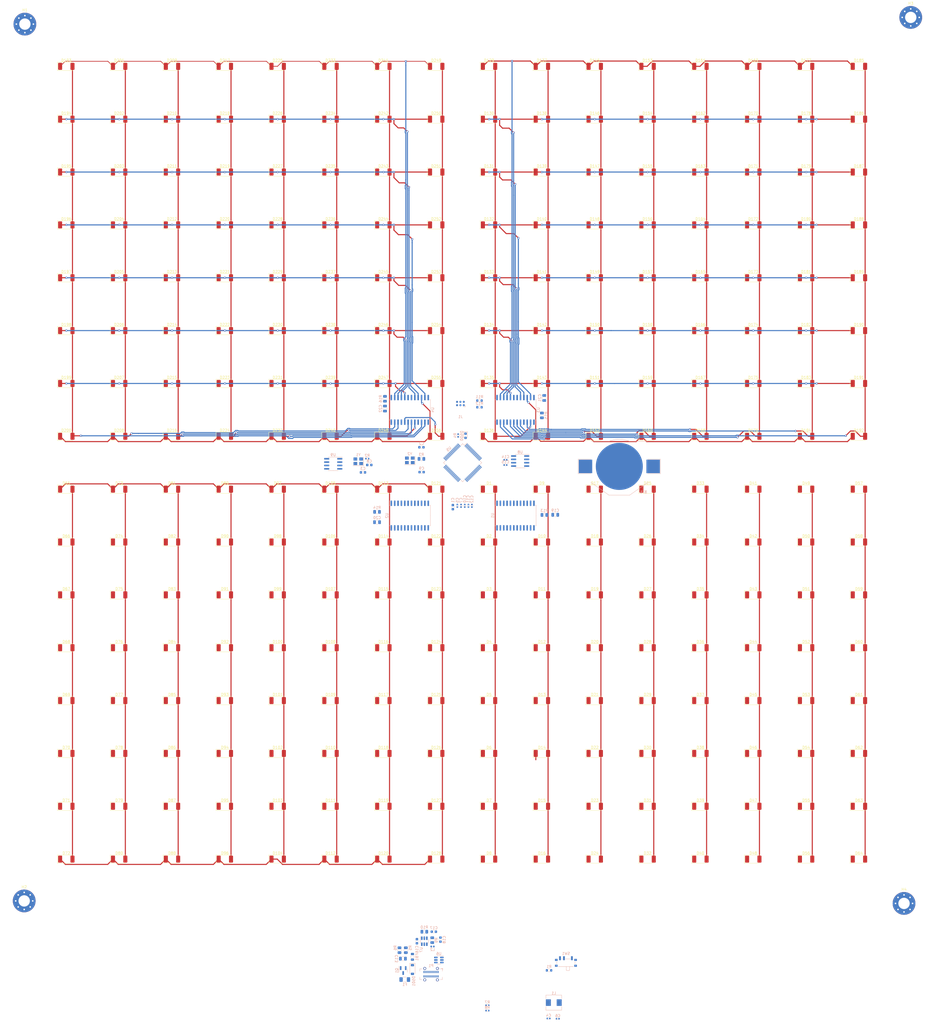
<source format=kicad_pcb>
(kicad_pcb (version 20221018) (generator pcbnew)
  (layers (0 "F.Cu" signal) (1 "In1.Cu" signal) (2 "In2.Cu" signal) (31 "B.Cu" signal) (34 "B.Paste" user) (35 "F.Paste" user) (36 "B.SilkS" user "B.Silkscreen") (37 "F.SilkS" user "F.Silkscreen") (38 "B.Mask" user) (39 "F.Mask" user) (44 "Edge.Cuts" user))
  (net 0 "")
  (net 1 "GND")
  (net 2 "/Led Array 1/row0")
  (net 3 "/Led Array 1/col0")
  (net 4 "/Led Array 1/row1")
  (net 5 "/Led Array 1/row2")
  (net 6 "/Led Array 1/row3")
  (net 7 "/Led Array 1/row4")
  (net 8 "/Led Array 1/row5")
  (net 9 "/Led Array 1/row6")
  (net 10 "/Led Array 1/row7")
  (net 11 "/Led Array 1/col1")
  (net 12 "/Led Array 1/col2")
  (net 13 "/Led Array 1/col3")
  (net 14 "/Led Array 1/col4")
  (net 15 "/Led Array 1/col5")
  (net 16 "/Led Array 1/col6")
  (net 17 "/Led Array 1/col7")
  (net 18 "/Led Array 2/row0")
  (net 19 "/Led Array 2/col0")
  (net 20 "/Led Array 2/row1")
  (net 21 "/Led Array 2/row2")
  (net 22 "/Led Array 2/row3")
  (net 23 "/Led Array 2/row4")
  (net 24 "/Led Array 2/row5")
  (net 25 "/Led Array 2/row6")
  (net 26 "/Led Array 2/row7")
  (net 27 "/Led Array 2/col1")
  (net 28 "/Led Array 2/col2")
  (net 29 "/Led Array 2/col3")
  (net 30 "/Led Array 2/col4")
  (net 31 "/Led Array 2/col5")
  (net 32 "/Led Array 2/col6")
  (net 33 "/Led Array 2/col7")
  (net 34 "/Led Array 3/row0")
  (net 35 "/Led Array 3/col0")
  (net 36 "/Led Array 3/row1")
  (net 37 "/Led Array 3/row2")
  (net 38 "/Led Array 3/row3")
  (net 39 "/Led Array 3/row4")
  (net 40 "/Led Array 3/row5")
  (net 41 "/Led Array 3/row6")
  (net 42 "/Led Array 3/row7")
  (net 43 "/Led Array 3/col1")
  (net 44 "/Led Array 3/col2")
  (net 45 "/Led Array 3/col3")
  (net 46 "/Led Array 3/col4")
  (net 47 "/Led Array 3/col5")
  (net 48 "/Led Array 3/col6")
  (net 49 "/Led Array 3/col7")
  (net 50 "/Led Array 4/row0")
  (net 51 "/Led Array 4/col0")
  (net 52 "/Led Array 4/row1")
  (net 53 "/Led Array 4/row2")
  (net 54 "/Led Array 4/row3")
  (net 55 "/Led Array 4/row4")
  (net 56 "/Led Array 4/row5")
  (net 57 "/Led Array 4/row6")
  (net 58 "/Led Array 4/row7")
  (net 59 "/Led Array 4/col1")
  (net 60 "/Led Array 4/col2")
  (net 61 "/Led Array 4/col3")
  (net 62 "/Led Array 4/col4")
  (net 63 "/Led Array 4/col5")
  (net 64 "/Led Array 4/col6")
  (net 65 "/Led Array 4/col7")
  (net 66 "Net-(U2-ISET)")
  (net 67 "Net-(U3-ISET)")
  (net 68 "Net-(U4-ISET)")
  (net 69 "Net-(C8-Pad1)")
  (net 70 "+BATT")
  (net 71 "Net-(C9-Pad1)")
  (net 72 "Net-(D500-K)")
  (net 73 "Net-(D501-K)")
  (net 74 "Net-(J1-SWDIO)")
  (net 75 "Net-(J1-SWCLK)")
  (net 76 "Net-(U1-ISET)")
  (net 77 "OSC_IN")
  (net 81 "OSC32_IN")
  (net 84 "CLOCK_VCC")
  (net 96 "+3.3VA")
  (net 97 "BUCK_FB")
  (net 98 "BUCK_SW")
  (net 99 "BUCK_BS")
  (net 100 "BUCK_IN")
  (net 109 "LED_STATUS")
  (net 111 "+5V")
  (net 112 "Net-(Q1-D)")
  (net 123 "TRACESWO")
  (net 127 "/Led Array 1/MISO")
  (net 128 "/Led Array 2/MISO")
  (net 129 "/Led Array 3/MISO")
  (net 130 "NRST")
  (net 134 "USB_CONN_D+")
  (net 135 "USB_CONN_D-")
  (net 146 "BOOT0")
  (net 147 "Net-(SW1-B)")
  (net 148 "OSC_OUT")
  (net 149 "OSC32_OUT")
  (net 150 "BUCK_EN")
  (net 151 "I2C1_SCL")
  (net 152 "I2C1_SDA")
  (net 153 "SWDIO")
  (net 154 "SWCLK")
  (net 155 "SPI2_LOAD")
  (net 156 "SPI2_CLK")
  (net 157 "SPI2_MISO")
  (net 158 "SPI2_MOSI")
  (net 159 "USB_D-")
  (net 160 "USB_D+")
  (footprint "LED_SMD:LED_2010_5025Metric_Pad1.52x2.65mm_HandSolder" (layer "F.Cu") (at 450 230)
    (fp_text reference "D1")
    (fp_text value "LED")
  )
  (footprint "LED_SMD:LED_2010_5025Metric_Pad1.52x2.65mm_HandSolder" (layer "F.Cu") (at 410 350)
    (fp_text reference "D119")
    (fp_text value "LED")
  )
  (footprint "LED_SMD:LED_2010_5025Metric_Pad1.52x2.65mm_HandSolder" (layer "F.Cu") (at 510 310)
    (fp_text reference "D29")
    (fp_text value "LED")
  )
  (footprint "LED_SMD:LED_2010_5025Metric_Pad1.52x2.65mm_HandSolder" (layer "F.Cu") (at 490 230)
    (fp_text reference "D17")
    (fp_text value "LED")
  )
  (footprint "LED_SMD:LED_2010_5025Metric_Pad1.52x2.65mm_HandSolder" (layer "F.Cu") (at 590 170)
    (fp_text reference "D190")
    (fp_text value "LED")
  )
  (footprint "LED_SMD:LED_2010_5025Metric_Pad1.52x2.65mm_HandSolder" (layer "F.Cu") (at 350 350)
    (fp_text reference "D95")
    (fp_text value "LED")
  )
  (footprint "LED_SMD:LED_2010_5025Metric_Pad1.52x2.65mm_HandSolder" (layer "F.Cu") (at 310 190)
    (fp_text reference "D207")
    (fp_text value "LED")
  )
  (footprint "LED_SMD:LED_2010_5025Metric_Pad1.52x2.65mm_HandSolder" (layer "F.Cu") (at 310 250)
    (fp_text reference "D74")
    (fp_text value "LED")
  )
  (footprint "LED_SMD:LED_2010_5025Metric_Pad1.52x2.65mm_HandSolder" (layer "F.Cu") (at 510 350)
    (fp_text reference "D31")
    (fp_text value "LED")
  )
  (footprint "LED_SMD:LED_2010_5025Metric_Pad1.52x2.65mm_HandSolder" (layer "F.Cu") (at 410 150)
    (fp_text reference "D245")
    (fp_text value "LED")
  )
  (footprint "LED_SMD:LED_2010_5025Metric_Pad1.52x2.65mm_HandSolder" (layer "F.Cu") (at 550 350)
    (fp_text reference "D47")
    (fp_text value "LED")
  )
  (footprint "LED_SMD:LED_2010_5025Metric_Pad1.52x2.65mm_HandSolder" (layer "F.Cu") (at 510 230)
    (fp_text reference "D25")
    (fp_text value "LED")
  )
  (footprint "LED_SMD:LED_2010_5025Metric_Pad1.52x2.65mm_HandSolder" (layer "F.Cu") (at 550 170)
    (fp_text reference "D174")
    (fp_text value "LED")
  )
  (footprint "LED_SMD:LED_2010_5025Metric_Pad1.52x2.65mm_HandSolder" (layer "F.Cu") (at 310 350)
    (fp_text reference "D79")
    (fp_text value "LED")
  )
  (footprint "LED_SMD:LED_2010_5025Metric_Pad1.52x2.65mm_HandSolder" (layer "F.Cu") (at 550 230)
    (fp_text reference "D41")
    (fp_text value "LED")
  )
  (footprint "LED_SMD:LED_2010_5025Metric_Pad1.52x2.65mm_HandSolder" (layer "F.Cu") (at 290 190)
    (fp_text reference "D199")
    (fp_text value "LED")
  )
  (footprint "LED_SMD:LED_2010_5025Metric_Pad1.52x2.65mm_HandSolder" (layer "F.Cu") (at 370 330)
    (fp_text reference "D102")
    (fp_text value "LED")
  )
  (footprint "LED_SMD:LED_2010_5025Metric_Pad1.52x2.65mm_HandSolder" (layer "F.Cu") (at 590 250)
    (fp_text reference "D58")
    (fp_text value "LED")
  )
  (footprint "LED_SMD:LED_2010_5025Metric_Pad1.52x2.65mm_HandSolder" (layer "F.Cu") (at 570 370)
    (fp_text reference "D56")
    (fp_text value "LED")
  )
  (footprint "MountingHole:MountingHole_4.3mm_M4_Pad_Via" (layer "F.Cu") (at 274.060419 385.820419)
    (fp_text reference "H2")
    (fp_text value "MountingHole_Pad")
  )
  (footprint "LED_SMD:LED_2010_5025Metric_Pad1.52x2.65mm_HandSolder" (layer "F.Cu") (at 530 310)
    (fp_text reference "D37")
    (fp_text value "LED")
  )
  (footprint "LED_SMD:LED_2010_5025Metric_Pad1.52x2.65mm_HandSolder" (layer "F.Cu") (at 310 330)
    (fp_text reference "D78")
    (fp_text value "LED")
  )
  (footprint "LED_SMD:LED_2010_5025Metric_Pad1.52x2.65mm_HandSolder" (layer "F.Cu") (at 490 290)
    (fp_text reference "D20")
    (fp_text value "LED")
  )
  (footprint "LED_SMD:LED_2010_5025Metric_Pad1.52x2.65mm_HandSolder" (layer "F.Cu") (at 570 270)
    (fp_text reference "D51")
    (fp_text value "LED")
  )
  (footprint "LED_SMD:LED_2010_5025Metric_Pad1.52x2.65mm_HandSolder" (layer "F.Cu") (at 550 310)
    (fp_text reference "D45")
    (fp_text value "LED")
  )
  (footprint "LED_SMD:LED_2010_5025Metric_Pad1.52x2.65mm_HandSolder" (layer "F.Cu") (at 530 150)
    (fp_text reference "D165")
    (fp_text value "LED")
  )
  (footprint "LED_SMD:LED_2010_5025Metric_Pad1.52x2.65mm_HandSolder" (layer "F.Cu") (at 510 130)
    (fp_text reference "D156")
    (fp_text value "LED")
  )
  (footprint "LED_SMD:LED_2010_5025Metric_Pad1.52x2.65mm_HandSolder" (layer "F.Cu") (at 490 130)
    (fp_text reference "D148")
    (fp_text value "LED")
  )
  (footprint "LED_SMD:LED_2010_5025Metric_Pad1.52x2.65mm_HandSolder" (layer "F.Cu") (at 330 290)
    (fp_text reference "D84")
    (fp_text value "LED")
  )
  (footprint "LED_SMD:LED_2010_5025Metric_Pad1.52x2.65mm_HandSolder" (layer "F.Cu") (at 490 270)
    (fp_text reference "D19")
    (fp_text value "LED")
  )
  (footprint "LED_SMD:LED_2010_5025Metric_Pad1.52x2.65mm_HandSolder" (layer "F.Cu") (at 550 250)
    (fp_text reference "D42")
    (fp_text value "LED")
  )
  (footprint "LED_SMD:LED_2010_5025Metric_Pad1.52x2.65mm_HandSolder" (layer "F.Cu") (at 590 290)
    (fp_text reference "D60")
    (fp_text value "LED")
  )
  (footprint "LED_SMD:LED_2010_5025Metric_Pad1.52x2.65mm_HandSolder" (layer "F.Cu") (at 370 190)
    (fp_text reference "D231")
    (fp_text value "LED")
  )
  (footprint "LED_SMD:LED_2010_5025Metric_Pad1.52x2.65mm_HandSolder" (layer "F.Cu") (at 570 90)
    (fp_text reference "D178")
    (fp_text value "LED")
  )
  (footprint "LED_SMD:LED_2010_5025Metric_Pad1.52x2.65mm_HandSolder" (layer "F.Cu") (at 350 290)
    (fp_text reference "D92")
    (fp_text value "LED")
  )
  (footprint "LED_SMD:LED_2010_5025Metric_Pad1.52x2.65mm_HandSolder" (layer "F.Cu") (at 350 110)
    (fp_text reference "D219")
    (fp_text value "LED")
  )
  (footprint "LED_SMD:LED_2010_5025Metric_Pad1.52x2.65mm_HandSolder" (layer "F.Cu") (at 550 370)
    (fp_text reference "D48")
    (fp_text value "LED")
  )
  (footprint "LED_SMD:LED_2010_5025Metric_Pad1.52x2.65mm_HandSolder" (layer "F.Cu") (at 450 290)
    (fp_text reference "D4")
    (fp_text value "LED")
  )
  (footprint "LED_SMD:LED_2010_5025Metric_Pad1.52x2.65mm_HandSolder" (layer "F.Cu") (at 410 70)
    (fp_text reference "D241")
    (fp_text value "LED")
  )
  (footprint "LED_SMD:LED_2010_5025Metric_Pad1.52x2.65mm_HandSolder" (layer "F.Cu") (at 470 350)
    (fp_text reference "D15")
    (fp_text value "LED")
  )
  (footprint "LED_SMD:LED_2010_5025Metric_Pad1.52x2.65mm_HandSolder" (layer "F.Cu") (at 410 230)
    (fp_text reference "D113")
    (fp_text value "LED")
  )
  (footprint "LED_SMD:LED_2010_5025Metric_Pad1.52x2.65mm_HandSolder" (layer "F.Cu") (at 290 130)
    (fp_text reference "D196")
    (fp_text value "LED")
  )
  (footprint "LED_SMD:LED_2010_5025Metric_Pad1.52x2.65mm_HandSolder" (layer "F.Cu") (at 330 130)
    (fp_text reference "D212")
    (fp_text value "LED")
  )
  (footprint "LED_SMD:LED_2010_5025Metric_Pad1.52x2.65mm_HandSolder" (layer "F.Cu") (at 530 350)
    (fp_text reference "D39")
    (fp_text value "LED")
  )
  (footprint "LED_SMD:LED_2010_5025Metric_Pad1.52x2.65mm_HandSolder" (layer "F.Cu") (at 330 210)
    (fp_text reference "D216")
    (fp_text value "LED")
  )
  (footprint "LED_SMD:LED_2010_5025Metric_Pad1.52x2.65mm_HandSolder" (layer "F.Cu") (at 530 210)
    (fp_text reference "D168")
    (fp_text value "LED")
  )
  (footprint "LED_SMD:LED_2010_5025Metric_Pad1.52x2.65mm_HandSolder" (layer "F.Cu") (at 490 330)
    (fp_text reference "D22")
    (fp_text value "LED")
  )
  (footprint "LED_SMD:LED_2010_5025Metric_Pad1.52x2.65mm_HandSolder" (layer "F.Cu") (at 470 150)
    (fp_text reference "D141")
    (fp_text value "LED")
  )
  (footprint "LED_SMD:LED_2010_5025Metric_Pad1.52x2.65mm_HandSolder" (layer "F.Cu") (at 590 330)
    (fp_text reference "D62")
    (fp_text value "LED")
  )
  (footprint "LED_SMD:LED_2010_5025Metric_Pad1.52x2.65mm_HandSolder" (layer "F.Cu") (at 470 210)
    (fp_text reference "D144")
    (fp_text value "LED")
  )
  (footprint "LED_SMD:LED_2010_5025Metric_Pad1.52x2.65mm_HandSolder" (layer "F.Cu") (at 390 290)
    (fp_text reference "D108")
    (fp_text value "LED")
  )
  (footprint "LED_SMD:LED_2010_5025Metric_Pad1.52x2.65mm_HandSolder" (layer "F.Cu") (at 510 330)
    (fp_text reference "D30")
    (fp_text value "LED")
  )
  (footprint "LED_SMD:LED_2010_5025Metric_Pad1.52x2.65mm_HandSolder" (layer "F.Cu") (at 310 270)
    (fp_text reference "D75")
    (fp_text value "LED")
  )
  (footprint "LED_SMD:LED_2010_5025Metric_Pad1.52x2.65mm_HandSolder" (layer "F.Cu") (at 290 110)
    (fp_text reference "D195")
    (fp_text value "LED")
  )
  (footprint "LED_SMD:LED_2010_5025Metric_Pad1.52x2.65mm_HandSolder" (layer "F.Cu") (at 370 210)
    (fp_text reference "D232")
    (fp_text value "LED")
  )
  (footprint "LED_SMD:LED_2010_5025Metric_Pad1.52x2.65mm_HandSolder" (layer "F.Cu") (at 410 210)
    (fp_text reference "D248")
    (fp_text value "LED")
  )
  (footprint "LED_SMD:LED_2010_5025Metric_Pad1.52x2.65mm_HandSolder" (layer "F.Cu") (at 310 90)
    (fp_text reference "D202")
    (fp_text value "LED")
  )
  (footprint "LED_SMD:LED_2010_5025Metric_Pad1.52x2.65mm_HandSolder" (layer "F.Cu") (at 570 310)
    (fp_text reference "D53")
    (fp_text value "LED")
  )
  (footprint "LED_SMD:LED_2010_5025Metric_Pad1.52x2.65mm_HandSolder" (layer "F.Cu") (at 310 210)
    (fp_text reference "D208")
    (fp_text value "LED")
  )
  (footprint "LED_SMD:LED_2010_5025Metric_Pad1.52x2.65mm_HandSolder" (layer "F.Cu") (at 430 310)
    (fp_text reference "D125")
    (fp_text value "LED")
  )
  (footprint "LED_SMD:LED_2010_5025Metric_Pad1.52x2.65mm_HandSolder" (layer "F.Cu") (at 490 90)
    (fp_text reference "D146")
    (fp_text value "LED")
  )
  (footprint "LED_SMD:LED_2010_5025Metric_Pad1.52x2.65mm_HandSolder" (layer "F.Cu") (at 570 150)
    (fp_text reference "D181")
    (fp_text value "LED")
  )
  (footprint "LED_SMD:LED_2010_5025Metric_Pad1.52x2.65mm_HandSolder" (layer "F.Cu") (at 570 250)
    (fp_text reference "D50")
    (fp_text value "LED")
  )
  (footprint "LED_SMD:LED_2010_5025Metric_Pad1.52x2.65mm_HandSolder" (layer "F.Cu") (at 510 150)
    (fp_text reference "D157")
    (fp_text value "LED")
  )
  (footprint "LED_SMD:LED_2010_5025Metric_Pad1.52x2.65mm_HandSolder" (layer "F.Cu") (at 470 330)
    (fp_text reference "D14")
    (fp_text value "LED")
  )
  (footprint "LED_SMD:LED_2010_5025Metric_Pad1.52x2.65mm_HandSolder" (layer "F.Cu") (at 430 350)
    (fp_text reference "D127")
    (fp_text value "LED")
  )
  (footprint "LED_SMD:LED_2010_5025Metric_Pad1.52x2.65mm_HandSolder" (layer "F.Cu") (at 330 310)
    (fp_text reference "D85")
    (fp_text value "LED")
  )
  (footprint "LED_SMD:LED_2010_5025Metric_Pad1.52x2.65mm_HandSolder" (layer "F.Cu") (at 330 270)
    (fp_text reference "D83")
    (fp_text value "LED")
  )
  (footprint "LED_SMD:LED_2010_5025Metric_Pad1.52x2.65mm_HandSolder" (layer "F.Cu") (at 550 290)
    (fp_text reference "D44")
    (fp_text value "LED")
  )
  (footprint "LED_SMD:LED_2010_5025Metric_Pad1.52x2.65mm_HandSolder" (layer "F.Cu") (at 550 150)
    (fp_text reference "D173")
    (fp_text value "LED")
  )
  (footprint "LED_SMD:LED_2010_5025Metric_Pad1.52x2.65mm_HandSolder" (layer "F.Cu") (at 550 210)
    (fp_text reference "D176")
    (fp_text value "LED")
  )
  (footprint "LED_SMD:LED_2010_5025Metric_Pad1.52x2.65mm_HandSolder" (layer "F.Cu") (at 390 150)
    (fp_text reference "D237")
    (fp_text value "LED")
  )
  (footprint "LED_SMD:LED_2010_5025Metric_Pad1.52x2.65mm_HandSolder" (layer "F.Cu") (at 410 90)
    (fp_text reference "D242")
    (fp_text value "LED")
  )
  (footprint "LED_SMD:LED_2010_5025Metric_Pad1.52x2.65mm_HandSolder" (layer "F.Cu") (at 550 270)
    (fp_text reference "D43")
    (fp_text value "LED")
  )
  (footprint "LED_SMD:LED_2010_5025Metric_Pad1.52x2.65mm_HandSolder" (layer "F.Cu") (at 310 370)
    (fp_text reference "D80")
    (fp_text value "LED")
  )
  (footprint "LED_SMD:LED_2010_5025Metric_Pad1.52x2.65mm_HandSolder" (layer "F.Cu") (at 330 250)
    (fp_text reference "D82")
    (fp_text value "LED")
  )
  (footprint "LED_SMD:LED_2010_5025Metric_Pad1.52x2.65mm_HandSolder" (layer "F.Cu") (at 570 170)
    (fp_text reference "D182")
    (fp_text value "LED")
  )
  (footprint "LED_SMD:LED_2010_5025Metric_Pad1.52x2.65mm_HandSolder" (layer "F.Cu") (at 470 270)
    (fp_text reference "D11")
    (fp_text value "LED")
  )
  (footprint "LED_SMD:LED_2010_5025Metric_Pad1.52x2.65mm_HandSolder" (layer "F.Cu") (at 530 130)
    (fp_text reference "D164")
    (fp_text value "LED")
  )
  (footprint "LED_SMD:LED_2010_5025Metric_Pad1.52x2.65mm_HandSolder" (layer "F.Cu") (at 530 290)
    (fp_text reference "D36")
    (fp_text value "LED")
  )
  (footprint "LED_SMD:LED_2010_5025Metric_Pad1.52x2.65mm_HandSolder" (layer "F.Cu") (at 530 110)
    (fp_text reference "D163")
    (fp_text value "LED")
  )
  (footprint "LED_SMD:LED_2010_5025Metric_Pad1.52x2.65mm_HandSolder" (layer "F.Cu") (at 430 110)
    (fp_text reference "D251")
    (fp_text value "LED")
  )
  (footprint "LED_SMD:LED_2010_5025Metric_Pad1.52x2.65mm_HandSolder" (layer "F.Cu") (at 430 230)
    (fp_text reference "D121")
    (fp_text value "LED")
  )
  (footprint "LED_SMD:LED_2010_5025Metric_Pad1.52x2.65mm_HandSolder" (layer "F.Cu") (at 450 370)
    (fp_text reference "D8")
    (fp_text value "LED")
  )
  (footprint "LED_SMD:LED_2010_5025Metric_Pad1.52x2.65mm_HandSolder" (layer "F.Cu") (at 370 90)
    (fp_text reference "D226")
    (fp_text value "LED")
  )
  (footprint "LED_SMD:LED_2010_5025Metric_Pad1.52x2.65mm_HandSolder" (layer "F.Cu") (at 470 250)
    (fp_text reference "D10")
    (fp_text value "LED")
  )
  (footprint "LED_SMD:LED_2010_5025Metric_Pad1.52x2.65mm_HandSolder" (layer "F.Cu") (at 410 310)
    (fp_text reference "D117")
    (fp_text value "LED")
  )
  (footprint "LED_SMD:LED_2010_5025Metric_Pad1.52x2.65mm_HandSolder" (layer "F.Cu") (at 570 230)
    (fp_text reference "D49")
    (fp_text value "LED")
  )
  (footprint "LED_SMD:LED_2010_5025Metric_Pad1.52x2.65mm_HandSolder" (layer "F.Cu") (at 450 250)
    (fp_text reference "D2")
    (fp_text value "LED")
  )
  (footprint "LED_SMD:LED_2010_5025Metric_Pad1.52x2.65mm_HandSolder" (layer "F.Cu") (at 450 90)
    (fp_text reference "D130")
    (fp_text value "LED")
  )
  (footprint "LED_SMD:LED_2010_5025Metric_Pad1.52x2.65mm_HandSolder" (layer "F.Cu") (at 430 150)
    (fp_text reference "D253")
    (fp_text value "LED")
  )
  (footprint "LED_SMD:LED_2010_5025Metric_Pad1.52x2.65mm_HandSolder" (layer "F.Cu") (at 350 90)
    (fp_text reference "D218")
    (fp_text value "LED")
  )
  (footprint "LED_SMD:LED_2010_5025Metric_Pad1.52x2.65mm_HandSolder" (layer "F.Cu") (at 410 170)
    (fp_text reference "D246")
    (fp_text value "LED")
  )
  (footprint "LED_SMD:LED_2010_5025Metric_Pad1.52x2.65mm_HandSolder" (layer "F.Cu") (at 430 70)
    (fp_text reference "D249")
    (fp_text value "LED")
  )
  (footprint "LED_SMD:LED_2010_5025Metric_Pad1.52x2.65mm_HandSolder" (layer "F.Cu") (at 410 190)
    (fp_text reference "D247")
    (fp_text value "LED")
  )
  (footprint "LED_SMD:LED_2010_5025Metric_Pad1.52x2.65mm_HandSolder" (layer "F.Cu") (at 430 190)
    (fp_text reference "D255")
    (fp_text value "LED")
  )
  (footprint "LED_SMD:LED_2010_5025Metric_Pad1.52x2.65mm_HandSolder" (layer "F.Cu") (at 570 290)
    (fp_text reference "D52")
    (fp_text value "LED")
  )
  (footprint "LED_SMD:LED_2010_5025Metric_Pad1.52x2.65mm_HandSolder" (layer "F.Cu") (at 510 370)
    (fp_text reference "D32")
    (fp_text value "LED")
  )
  (footprint "LED_SMD:LED_2010_5025Metric_Pad1.52x2.65mm_HandSolder" (layer "F.Cu") (at 350 270)
    (fp_text reference "D91")
    (fp_text value "LED")
  )
  (footprint "LED_SMD:LED_2010_5025Metric_Pad1.52x2.65mm_HandSolder" (layer "F.Cu") (at 450 190)
    (fp_text reference "D135")
    (fp_text value "LED")
  )
  (footprint "LED_SMD:LED_2010_5025Metric_Pad1.52x2.65mm_HandSolder" (layer "F.Cu") (at 490 110)
    (fp_text reference "D147")
    (fp_text value "LED")
  )
  (footprint "LED_SMD:LED_2010_5025Metric_Pad1.52x2.65mm_HandSolder" (layer "F.Cu") (at 510 190)
    (fp_text reference "D159")
    (fp_text value "LED")
  )
  (footprint "LED_SMD:LED_2010_5025Metric_Pad1.52x2.65mm_HandSolder" (layer "F.Cu") (at 310 150)
    (fp_text reference "D205")
    (fp_text value "LED")
  )
  (footprint "LED_SMD:LED_2010_5025Metric_Pad1.52x2.65mm_HandSolder" (layer "F.Cu") (at 490 170)
    (fp_text reference "D150")
    (fp_text value "LED")
  )
  (footprint "LED_SMD:LED_2010_5025Metric_Pad1.52x2.65mm_HandSolder" (layer "F.Cu") (at 310 130)
    (fp_text reference "D204")
    (fp_text value "LED")
  )
  (footprint "LED_SMD:LED_2010_5025Metric_Pad1.52x2.65mm_HandSolder" (layer "F.Cu") (at 570 70)
    (fp_text reference "D177")
    (fp_text value "LED")
  )
  (footprint "LED_SMD:LED_2010_5025Metric_Pad1.52x2.65mm_HandSolder" (layer "F.Cu") (at 470 290)
    (fp_text reference "D12")
    (fp_text value "LED")
  )
  (footprint "LED_SMD:LED_2010_5025Metric_Pad1.52x2.65mm_HandSolder" (layer "F.Cu") (at 290 170)
    (fp_text reference "D198")
    (fp_text value "LED")
  )
  (footprint "LED_SMD:LED_2010_5025Metric_Pad1.52x2.65mm_HandSolder" (layer "F.Cu") (at 470 90)
    (fp_text reference "D138")
    (fp_text value "LED")
  )
  (footprint "LED_SMD:LED_2010_5025Metric_Pad1.52x2.65mm_HandSolder" (layer "F.Cu") (at 390 170)
    (fp_text reference "D238")
    (fp_text value "LED")
  )
  (footprint "LED_SMD:LED_2010_5025Metric_Pad1.52x2.65mm_HandSolder" (layer "F.Cu") (at 370 350)
    (fp_text reference "D103")
    (fp_text value "LED")
  )
  (footprint "LED_SMD:LED_2010_5025Metric_Pad1.52x2.65mm_HandSolder" (layer "F.Cu") (at 430 270)
    (fp_text reference "D123")
    (fp_text value "LED")
  )
  (footprint "LED_SMD:LED_2010_5025Metric_Pad1.52x2.65mm_HandSolder" (layer "F.Cu") (at 470 170)
    (fp_text reference "D142")
    (fp_text value "LED")
  )
  (footprint "LED_SMD:LED_2010_5025Metric_Pad1.52x2.65mm_HandSolder" (layer "F.Cu") (at 430 130)
    (fp_text reference "D252")
    (fp_text value "LED")
  )
  (footprint "LED_SMD:LED_2010_5025Metric_Pad1.52x2.65mm_HandSolder" (layer "F.Cu") (at 550 90)
    (fp_text reference "D170")
    (fp_text value "LED")
  )
  (footprint "LED_SMD:LED_2010_5025Metric_Pad1.52x2.65mm_HandSolder" (layer "F.Cu") (at 590 70)
    (fp_text reference "D185")
    (fp_text value "LED")
  )
  (footprint "LED_SMD:LED_2010_5025Metric_Pad1.52x2.65mm_HandSolder" (layer "F.Cu") (at 550 110)
    (fp_text reference "D171")
    (fp_text value "LED")
  )
  (footprint "LED_SMD:LED_2010_5025Metric_Pad1.52x2.65mm_HandSolder" (layer "F.Cu") (at 330 150)
    (fp_text reference "D213")
    (fp_text value "LED")
  )
  (footprint "LED_SMD:LED_2010_5025Metric_Pad1.52x2.65mm_HandSolder" (layer "F.Cu") (at 470 130)
    (fp_text reference "D140")
    (fp_text value "LED")
  )
  (footprint "LED_SMD:LED_2010_5025Metric_Pad1.52x2.65mm_HandSolder" (layer "F.Cu") (at 530 190)
    (fp_text reference "D167")
    (fp_text value "LED")
  )
  (footprint "LED_SMD:LED_2010_5025Metric_Pad1.52x2.65mm_HandSolder" (layer "F.Cu") (at 330 110)
    (fp_text reference "D211")
    (fp_text value "LED")
  )
  (footprint "LED_SMD:LED_2010_5025Metric_Pad1.52x2.65mm_HandSolder" (layer "F.Cu") (at 330 370)
    (fp_text reference "D88")
    (fp_text value "LED")
  )
  (footprint "LED_SMD:LED_2010_5025Metric_Pad1.52x2.65mm_HandSolder" (layer "F.Cu") (at 490 190)
    (fp_text reference "D151")
    (fp_text value "LED")
  )
  (footprint "LED_SMD:LED_2010_5025Metric_Pad1.52x2.65mm_HandSolder" (layer "F.Cu") (at 490 150)
    (fp_text reference "D149")
    (fp_text value "LED")
  )
  (footprint "LED_SMD:LED_2010_5025Metric_Pad1.52x2.65mm_HandSolder" (layer "F.Cu") (at 390 270)
    (fp_text reference "D107")
    (fp_text value "LED")
  )
  (footprint "LED_SMD:LED_2010_5025Metric_Pad1.52x2.65mm_HandSolder" (layer "F.Cu") (at 350 230)
    (fp_text reference "D89")
    (fp_text value "LED")
  )
  (footprint "LED_SMD:LED_2010_5025Metric_Pad1.52x2.65mm_HandSolder" (layer "F.Cu") (at 330 70)
    (fp_text reference "D209")
    (fp_text value "LED")
  )
  (footprint "LED_SMD:LED_2010_5025Metric_Pad1.52x2.65mm_HandSolder" (layer "F.Cu") (at 430 90)
    (fp_text reference "D250")
    (fp_text value "LED")
  )
  (footprint "LED_SMD:LED_2010_5025Metric_Pad1.52x2.65mm_HandSolder" (layer "F.Cu") (at 590 190)
    (fp_text reference "D191")
    (fp_text value "LED")
  )
  (footprint "LED_SMD:LED_2010_5025Metric_Pad1.52x2.65mm_HandSolder" (layer "F.Cu") (at 430 250)
    (fp_text reference "D122")
    (fp_text value "LED")
  )
  (footprint "LED_SMD:LED_2010_5025Metric_Pad1.52x2.65mm_HandSolder" (layer "F.Cu") (at 390 310)
    (fp_text reference "D109")
    (fp_text value "LED")
  )
  (footprint "MountingHole:MountingHole_4.3mm_M4_Pad_Via" (layer "F.Cu") (at 607.06 386.765)
    (fp_text reference "H4")
    (fp_text value "MountingHole_Pad")
  )
  (footprint "LED_SMD:LED_2010_5025Metric_Pad1.52x2.65mm_HandSolder" (layer "F.Cu") (at 490 250)
    (fp_text reference "D18")
    (fp_text value "LED")
  )
  (footprint "LED_SMD:LED_2010_5025Metric_Pad1.52x2.65mm_HandSolder" (layer "F.Cu") (at 470 230)
    (fp_text reference "D9")
    (fp_text value "LED")
  )
  (footprint "LED_SMD:LED_2010_5025Metric_Pad1.52x2.65mm_HandSolder" (layer "F.Cu") (at 450 330)
    (fp_text reference "D6")
    (fp_text value "LED")
  )
  (footprint "LED_SMD:LED_2010_5025Metric_Pad1.52x2.65mm_HandSolder" (layer "F.Cu") (at 350 330)
    (fp_text reference "D94")
    (fp_text value "LED")
  )
  (footprint "LED_SMD:LED_2010_5025Metric_Pad1.52x2.65mm_HandSolder" (layer "F.Cu") (at 450 350)
    (fp_text reference "D7")
    (fp_text value "LED")
  )
  (footprint "LED_SMD:LED_2010_5025Metric_Pad1.52x2.65mm_HandSolder" (layer "F.Cu") (at 330 90)
    (fp_text reference "D210")
    (fp_text value "LED")
  )
  (footprint "LED_SMD:LED_2010_5025Metric_Pad1.52x2.65mm_HandSolder" (layer "F.Cu") (at 390 130)
    (fp_text reference "D236")
    (fp_text value "LED")
  )
  (footprint "LED_SMD:LED_2010_5025Metric_Pad1.52x2.65mm_HandSolder" (layer "F.Cu") (at 490 310)
    (fp_text reference "D21")
    (fp_text value "LED")
  )
  (footprint "LED_SMD:LED_2010_5025Metric_Pad1.52x2.65mm_HandSolder" (layer "F.Cu") (at 510 90)
    (fp_text reference "D154")
    (fp_text value "LED")
  )
  (footprint "LED_SMD:LED_2010_5025Metric_Pad1.52x2.65mm_HandSolder" (layer "F.Cu") (at 550 130)
    (fp_text reference "D172")
    (fp_text value "LED")
  )
  (footprint "LED_SMD:LED_2010_5025Metric_Pad1.52x2.65mm_HandSolder" (layer "F.Cu") (at 570 110)
    (fp_text reference "D179")
    (fp_text value "LED")
  )
  (footprint "LED_SMD:LED_2010_5025Metric_Pad1.52x2.65mm_HandSolder" (layer "F.Cu") (at 350 70)
    (fp_text reference "D217")
    (fp_text value "LED")
  )
  (footprint "LED_SMD:LED_2010_5025Metric_Pad1.52x2.65mm_HandSolder" (layer "F.Cu") (at 330 330)
    (fp_text reference "D86")
    (fp_text value "LED")
  )
  (footprint "LED_SMD:LED_2010_5025Metric_Pad1.52x2.65mm_HandSolder" (layer "F.Cu") (at 290 330)
    (fp_text reference "D70")
    (fp_text value "LED")
  )
  (footprint "LED_SMD:LED_2010_5025Metric_Pad1.52x2.65mm_HandSolder" (layer "F.Cu") (at 570 330)
    (fp_text reference "D54")
    (fp_text value "LED")
  )
  (footprint "LED_SMD:LED_2010_5025Metric_Pad1.52x2.65mm_HandSolder" (layer "F.Cu") (at 290 250)
    (fp_text reference "D66")
    (fp_text value "LED")
  )
  (footprint "MountingHole:MountingHole_4.3mm_M4_Pad_Via" (layer "F.Cu") (at 609.6 51.485)
    (fp_text reference "H3")
    (fp_text value "MountingHole_Pad")
  )
  (footprint "LED_SMD:LED_2010_5025Metric_Pad1.52x2.65mm_HandSolder" (layer "F.Cu") (at 450 170)
    (fp_text reference "D134")
    (fp_text value "LED")
  )
  (footprint "LED_SMD:LED_2010_5025Metric_Pad1.52x2.65mm_HandSolder" (layer "F.Cu") (at 390 230)
    (fp_text reference "D105")
    (fp_text value "LED")
  )
  (footprint "LED_SMD:LED_2010_5025Metric_Pad1.52x2.65mm_HandSolder" (layer "F.Cu") (at 590 210)
    (fp_text reference "D192")
    (fp_text value "LED")
  )
  (footprint "LED_SMD:LED_2010_5025Metric_Pad1.52x2.65mm_HandSolder" (layer "F.Cu") (at 570 210)
    (fp_text reference "D184")
    (fp_text value "LED")
  )
  (footprint "LED_SMD:LED_2010_5025Metric_Pad1.52x2.65mm_HandSolder" (layer "F.Cu") (at 290 150)
    (fp_text reference "D197")
    (fp_text value "LED")
  )
  (footprint "LED_SMD:LED_2010_5025Metric_Pad1.52x2.65mm_HandSolder" (layer "F.Cu") (at 350 310)
    (fp_text reference "D93")
    (fp_text value "LED")
  )
  (footprint "LED_SMD:LED_2010_5025Metric_Pad1.52x2.65mm_HandSolder" (layer "F.Cu") (at 290 90)
    (fp_text reference "D194")
    (fp_text value "LED")
  )
  (footprint "LED_SMD:LED_2010_5025Metric_Pad1.52x2.65mm_HandSolder" (layer "F.Cu") (at 390 370)
    (fp_text reference "D112")
    (fp_text value "LED")
  )
  (footprint "LED_SMD:LED_2010_5025Metric_Pad1.52x2.65mm_HandSolder" (layer "F.Cu") (at 470 110)
    (fp_text reference "D139")
    (fp_text value "LED")
  )
  (footprint "LED_SMD:LED_2010_5025Metric_Pad1.52x2.65mm_HandSolder" (layer "F.Cu") (at 430 330)
    (fp_text reference "D126")
    (fp_text value "LED")
  )
  (footprint "LED_SMD:LED_2010_5025Metric_Pad1.52x2.65mm_HandSolder" (layer "F.Cu") (at 470 190)
    (fp_text reference "D143")
    (fp_text value "LED")
  )
  (footprint "LED_SMD:LED_2010_5025Metric_Pad1.52x2.65mm_HandSolder" (layer "F.Cu") (at 330 170)
    (fp_text reference "D214")
    (fp_text value "LED")
  )
  (footprint "LED_SMD:LED_2010_5025Metric_Pad1.52x2.65mm_HandSolder" (layer "F.Cu") (at 550 330)
    (fp_text reference "D46")
    (fp_text value "LED")
  )
  (footprint "LED_SMD:LED_2010_5025Metric_Pad1.52x2.65mm_HandSolder" (layer "F.Cu") (at 350 370)
    (fp_text reference "D96")
    (fp_text value "LED")
  )
  (footprint "LED_SMD:LED_2010_5025Metric_Pad1.52x2.65mm_HandSolder" (layer "F.Cu") (at 530 230)
    (fp_text reference "D33")
    (fp_text value "LED")
  )
  (footprint "LED_SMD:LED_2010_5025Metric_Pad1.52x2.65mm_HandSolder" (layer "F.Cu") (at 390 190)
    (fp_text reference "D239")
    (fp_text value "LED")
  )
  (footprint "LED_SMD:LED_2010_5025Metric_Pad1.52x2.65mm_HandSolder" (layer "F.Cu") (at 490 370)
    (fp_text reference "D24")
    (fp_text value "LED")
  )
  (footprint "LED_SMD:LED_2010_5025Metric_Pad1.52x2.65mm_HandSolder" (layer "F.Cu") (at 410 270)
    (fp_text reference "D115")
    (fp_text value "LED")
  )
  (footprint "LED_SMD:LED_2010_5025Metric_Pad1.52x2.65mm_HandSolder" (layer "F.Cu") (at 590 350)
    (fp_text reference "D63")
    (fp_text value "LED")
  )
  (footprint "LED_SMD:LED_2010_5025Metric_Pad1.52x2.65mm_HandSolder" (layer "F.Cu") (at 590 150)
    (fp_text reference "D189")
    (fp_text value "LED")
  )
  (footprint "LED_SMD:LED_2010_5025Metric_Pad1.52x2.65mm_HandSolder" (layer "F.Cu") (at 410 110)
    (fp_text reference "D243")
    (fp_text value "LED")
  )
  (footprint "LED_SMD:LED_2010_5025Metric_Pad1.52x2.65mm_HandSolder" (layer "F.Cu") (at 370 110)
    (fp_text reference "D227")
    (fp_text value "LED")
  )
  (footprint "LED_SMD:LED_2010_5025Metric_Pad1.52x2.65mm_HandSolder" (layer "F.Cu") (at 410 290)
    (fp_text reference "D116")
    (fp_text value "LED")
  )
  (footprint "LED_SMD:LED_2010_5025Metric_Pad1.52x2.65mm_HandSolder" (layer "F.Cu") (at 510 290)
    (fp_text reference "D28")
    (fp_text value "LED")
  )
  (footprint "LED_SMD:LED_2010_5025Metric_Pad1.52x2.65mm_HandSolder" (layer "F.Cu") (at 370 250)
    (fp_text reference "D98")
    (fp_text value "LED")
  )
  (footprint "LED_SMD:LED_2010_5025Metric_Pad1.52x2.65mm_HandSolder" (layer "F.Cu") (at 390 210)
    (fp_text reference "D240")
    (fp_text value "LED")
  )
  (footprint "LED_SMD:LED_2010_5025Metric_Pad1.52x2.65mm_HandSolder" (layer "F.Cu") (at 530 170)
    (fp_text reference "D166")
    (fp_text value "LED")
  )
  (footprint "LED_SMD:LED_2010_5025Metric_Pad1.52x2.65mm_HandSolder" (layer "F.Cu") (at 350 250)
    (fp_text reference "D90")
    (fp_text value "LED")
  )
  (footprint "LED_SMD:LED_2010_5025Metric_Pad1.52x2.65mm_HandSolder" (layer "F.Cu") (at 290 270)
    (fp_text reference "D67")
    (fp_text value "LED")
  )
  (footprint "LED_SMD:LED_2010_5025Metric_Pad1.52x2.65mm_HandSolder" (layer "F.Cu") (at 310 170)
    (fp_text reference "D206")
    (fp_text value "LED")
  )
  (footprint "LED_SMD:LED_2010_5025Metric_Pad1.52x2.65mm_HandSolder" (layer "F.Cu") (at 290 350)
    (fp_text reference "D71")
    (fp_text value "LED")
  )
  (footprint "LED_SMD:LED_2010_5025Metric_Pad1.52x2.65mm_HandSolder" (layer "F.Cu") (at 590 310)
    (fp_text reference "D61")
    (fp_text value "LED")
  )
  (footprint "LED_SMD:LED_2010_5025Metric_Pad1.52x2.65mm_HandSolder" (layer "F.Cu") (at 470 70)
    (fp_text reference "D137")
    (fp_text value "LED")
  )
  (footprint "LED_SMD:LED_2010_5025Metric_Pad1.52x2.65mm_HandSolder" (layer "F.Cu") (at 350 130)
    (fp_text reference "D220")
    (fp_text value "LED")
  )
  (footprint "LED_SMD:LED_2010_5025Metric_Pad1.52x2.65mm_HandSolder" (layer "F.Cu") (at 470 310)
    (fp_text reference "D13")
    (fp_text value "LED")
  )
  (footprint "LED_SMD:LED_2010_5025Metric_Pad1.52x2.65mm_HandSolder" (layer "F.Cu") (at 450 130)
    (fp_text reference "D132")
    (fp_text value "LED")
  )
  (footprint "LED_SMD:LED_2010_5025Metric_Pad1.52x2.65mm_HandSolder" (layer "F.Cu") (at 370 310)
    (fp_text reference "D101")
    (fp_text value "LED")
  )
  (footprint "LED_SMD:LED_2010_5025Metric_Pad1.52x2.65mm_HandSolder" (layer "F.Cu") (at 310 290)
    (fp_text reference "D76")
    (fp_text value "LED")
  )
  (footprint "LED_SMD:LED_2010_5025Metric_Pad1.52x2.65mm_HandSolder" (layer "F.Cu") (at 450 310)
    (fp_text reference "D5")
    (fp_text value "LED")
  )
  (footprint "LED_SMD:LED_2010_5025Metric_Pad1.52x2.65mm_HandSolder" (layer "F.Cu") (at 370 70)
    (fp_text reference "D225")
    (fp_text value "LED")
  )
  (footprint "LED_SMD:LED_2010_5025Metric_Pad1.52x2.65mm_HandSolder" (layer "F.Cu") (at 290 230)
    (fp_text reference "D65")
    (fp_text value "LED")
  )
  (footprint "LED_SMD:LED_2010_5025Metric_Pad1.52x2.65mm_HandSolder" (layer "F.Cu") (at 550 70)
    (fp_text reference "D169")
    (fp_text value "LED")
  )
  (footprint "LED_SMD:LED_2010_5025Metric_Pad1.52x2.65mm_HandSolder" (layer "F.Cu") (at 330 190)
    (fp_text reference "D215")
    (fp_text value "LED")
  )
  (footprint "LED_SMD:LED_2010_5025Metric_Pad1.52x2.65mm_HandSolder" (layer "F.Cu") (at 290 290)
    (fp_text reference "D68")
    (fp_text value "LED")
  )
  (footprint "LED_SMD:LED_2010_5025Metric_Pad1.52x2.65mm_HandSolder" (layer "F.Cu") (at 290 310)
    (fp_text reference "D69")
    (fp_text value "LED")
  )
  (footprint "LED_SMD:LED_2010_5025Metric_Pad1.52x2.65mm_HandSolder" (layer "F.Cu") (at 510 70)
    (fp_text reference "D153")
    (fp_text value "LED")
  )
  (footprint "LED_SMD:LED_2010_5025Metric_Pad1.52x2.65mm_HandSolder" (layer "F.Cu") (at 410 250)
    (fp_text reference "D114")
    (fp_text value "LED")
  )
  (footprint "LED_SMD:LED_2010_5025Metric_Pad1.52x2.65mm_HandSolder" (layer "F.Cu") (at 310 70)
    (fp_text reference "D201")
    (fp_text value "LED")
  )
  (footprint "LED_SMD:LED_2010_5025Metric_Pad1.52x2.65mm_HandSolder" (layer "F.Cu") (at 370 370)
    (fp_text reference "D104")
    (fp_text value "LED")
  )
  (footprint "LED_SMD:LED_2010_5025Metric_Pad1.52x2.65mm_HandSolder" (layer "F.Cu") (at 470 370)
    (fp_text reference "D16")
    (fp_text value "LED")
  )
  (footprint "LED_SMD:LED_2010_5025Metric_Pad1.52x2.65mm_HandSolder" (layer "F.Cu") (at 370 130)
    (fp_text reference "D228")
    (fp_text value "LED")
  )
  (footprint "LED_SMD:LED_2010_5025Metric_Pad1.52x2.65mm_HandSolder" (layer "F.Cu") (at 290 370)
    (fp_text reference "D72")
    (fp_text value "LED")
  )
  (footprint "LED_SMD:LED_2010_5025Metric_Pad1.52x2.65mm_HandSolder" (layer "F.Cu") (at 590 110)
    (fp_text reference "D187")
    (fp_text value "LED")
  )
  (footprint "LED_SMD:LED_2010_5025Metric_Pad1.52x2.65mm_HandSolder" (layer "F.Cu") (at 490 210)
    (fp_text reference "D152")
    (fp_text value "LED")
  )
  (footprint "LED_SMD:LED_2010_5025Metric_Pad1.52x2.65mm_HandSolder" (layer "F.Cu") (at 390 70)
    (fp_text reference "D233")
    (fp_text value "LED")
  )
  (footprint "LED_SMD:LED_2010_5025Metric_Pad1.52x2.65mm_HandSolder" (layer "F.Cu") (at 450 270)
    (fp_text reference "D3")
    (fp_text value "LED")
  )
  (footprint "LED_SMD:LED_2010_5025Metric_Pad1.52x2.65mm_HandSolder" (layer "F.Cu") (at 430 210)
    (fp_text reference "D256")
    (fp_text value "LED")
  )
  (footprint "LED_SMD:LED_2010_5025Metric_Pad1.52x2.65mm_HandSolder" (layer "F.Cu") (at 330 350)
    (fp_text reference "D87")
    (fp_text value "LED")
  )
  (footprint "LED_SMD:LED_2010_5025Metric_Pad1.52x2.65mm_HandSolder" (layer "F.Cu") (at 430 370)
    (fp_text reference "D128")
    (fp_text value "LED")
  )
  (footprint "LED_SMD:LED_2010_5025Metric_Pad1.52x2.65mm_HandSolder" (layer "F.Cu") (at 290 210)
    (fp_text reference "D200")
    (fp_text value "LED")
  )
  (footprint "LED_SMD:LED_2010_5025Metric_Pad1.52x2.65mm_HandSolder" (layer "F.Cu") (at 430 170)
    (fp_text reference "D254")
    (fp_text value "LED")
  )
  (footprint "LED_SMD:LED_2010_5025Metric_Pad1.52x2.65mm_HandSolder" (layer "F.Cu") (at 450 210)
    (fp_text reference "D136")
    (fp_text value "LED")
  )
  (footprint "LED_SMD:LED_2010_5025Metric_Pad1.52x2.65mm_HandSolder" (layer "F.Cu") (at 370 170)
    (fp_text reference "D230")
    (fp_text value "LED")
  )
  (footprint "LED_SMD:LED_2010_5025Metric_Pad1.52x2.65mm_HandSolder" (layer "F.Cu") (at 310 230)
    (fp_text reference "D73")
    (fp_text value "LED")
  )
  (footprint "LED_SMD:LED_2010_5025Metric_Pad1.52x2.65mm_HandSolder" (layer "F.Cu") (at 390 110)
    (fp_text reference "D235")
    (fp_text value "LED")
  )
  (footprint "LED_SMD:LED_2010_5025Metric_Pad1.52x2.65mm_HandSolder" (layer "F.Cu") (at 330 230)
    (fp_text reference "D81")
    (fp_text value "LED")
  )
  (footprint "LED_SMD:LED_2010_5025Metric_Pad1.52x2.65mm_HandSolder" (layer "F.Cu") (at 350 210)
    (fp_text reference "D224")
    (fp_text value "LED")
  )
  (footprint "LED_SMD:LED_2010_5025Metric_Pad1.52x2.65mm_HandSolder" (layer "F.Cu") (at 310 310)
    (fp_text reference "D77")
    (fp_text value "LED")
  )
  (footprint "LED_SMD:LED_2010_5025Metric_Pad1.52x2.65mm_HandSolder" (layer "F.Cu") (at 450 150)
    (fp_text reference "D133")
    (fp_text value "LED")
  )
  (footprint "LED_SMD:LED_2010_5025Metric_Pad1.52x2.65mm_HandSolder" (layer "F.Cu") (at 450 70)
    (fp_text reference "D129")
    (fp_text value "LED")
  )
  (footprint "LED_SMD:LED_2010_5025Metric_Pad1.52x2.65mm_HandSolder" (layer "F.Cu") (at 290 70)
    (fp_text reference "D193")
    (fp_text value "LED")
  )
  (footprint "LED_SMD:LED_2010_5025Metric_Pad1.52x2.65mm_HandSolder" (layer "F.Cu") (at 530 250)
    (fp_text reference "D34")
    (fp_text value "LED")
  )
  (footprint "LED_SMD:LED_2010_5025Metric_Pad1.52x2.65mm_HandSolder" (layer "F.Cu") (at 370 230)
    (fp_text reference "D97")
    (fp_text value "LED")
  )
  (footprint "LED_SMD:LED_2010_5025Metric_Pad1.52x2.65mm_HandSolder" (layer "F.Cu") (at 390 350)
    (fp_text reference "D111")
    (fp_text value "LED")
  )
  (footprint "LED_SMD:LED_2010_5025Metric_Pad1.52x2.65mm_HandSolder" (layer "F.Cu") (at 590 370)
    (fp_text reference "D64")
    (fp_text value "LED")
  )
  (footprint "LED_SMD:LED_2010_5025Metric_Pad1.52x2.65mm_HandSolder" (layer "F.Cu") (at 590 130)
    (fp_text reference "D188")
    (fp_text value "LED")
  )
  (footprint "LED_SMD:LED_2010_5025Metric_Pad1.52x2.65mm_HandSolder" (layer "F.Cu") (at 490 70)
    (fp_text reference "D145")
    (fp_text value "LED")
  )
  (footprint "LED_SMD:LED_2010_5025Metric_Pad1.52x2.65mm_HandSolder" (layer "F.Cu") (at 530 370)
    (fp_text reference "D40")
    (fp_text value "LED")
  )
  (footprint "LED_SMD:LED_2010_5025Metric_Pad1.52x2.65mm_HandSolder" (layer "F.Cu") (at 370 290)
    (fp_text reference "D100")
    (fp_text value "LED")
  )
  (footprint "LED_SMD:LED_2010_5025Metric_Pad1.52x2.65mm_HandSolder" (layer "F.Cu") (at 570 130)
    (fp_text reference "D180")
    (fp_text value "LED")
  )
  (footprint "LED_SMD:LED_2010_5025Metric_Pad1.52x2.65mm_HandSolder" (layer "F.Cu") (at 410 330)
    (fp_text reference "D118")
    (fp_text value "LED")
  )
  (footprint "LED_SMD:LED_2010_5025Metric_Pad1.52x2.65mm_HandSolder" (layer "F.Cu") (at 590 270)
    (fp_text reference "D59")
    (fp_text value "LED")
  )
  (footprint "LED_SMD:LED_2010_5025Metric_Pad1.52x2.65mm_HandSolder" (layer "F.Cu") (at 590 90)
    (fp_text reference "D186")
    (fp_text value "LED")
  )
  (footprint "LED_SMD:LED_2010_5025Metric_Pad1.52x2.65mm_HandSolder" (layer "F.Cu") (at 530 70)
    (fp_text reference "D161")
    (fp_text value "LED")
  )
  (footprint "LED_SMD:LED_2010_5025Metric_Pad1.52x2.65mm_HandSolder" (layer "F.Cu") (at 350 150)
    (fp_text reference "D221")
    (fp_text value "LED")
  )
  (footprint "LED_SMD:LED_2010_5025Metric_Pad1.52x2.65mm_HandSolder" (layer "F.Cu") (at 430 290)
    (fp_text reference "D124")
    (fp_text value "LED")
  )
  (footprint "LED_SMD:LED_2010_5025Metric_Pad1.52x2.65mm_HandSolder" (layer "F.Cu") (at 510 250)
    (fp_text reference "D26")
    (fp_text value "LED")
  )
  (footprint "LED_SMD:LED_2010_5025Metric_Pad1.52x2.65mm_HandSolder" (layer "F.Cu") (at 510 170)
    (fp_text reference "D158")
    (fp_text value "LED")
  )
  (footprint "LED_SMD:LED_2010_5025Metric_Pad1.52x2.65mm_HandSolder" (layer "F.Cu") (at 390 250)
    (fp_text reference "D106")
    (fp_text value "LED")
  )
  (footprint "LED_SMD:LED_2010_5025Metric_Pad1.52x2.65mm_HandSolder" (layer "F.Cu") (at 370 150)
    (fp_text reference "D229")
    (fp_text value "LED")
  )
  (footprint "LED_SMD:LED_2010_5025Metric_Pad1.52x2.65mm_HandSolder" (layer "F.Cu") (at 390 90)
    (fp_text reference "D234")
    (fp_text value "LED")
  )
  (footprint "LED_SMD:LED_2010_5025Metric_Pad1.52x2.65mm_HandSolder" (layer "F.Cu") (at 510 270)
    (fp_text reference "D27")
    (fp_text value "LED")
  )
  (footprint "LED_SMD:LED_2010_5025Metric_Pad1.52x2.65mm_HandSolder" (layer "F.Cu") (at 490 350)
    (fp_text reference "D23")
    (fp_text value "LED")
  )
  (footprint "LED_SMD:LED_2010_5025Metric_Pad1.52x2.65mm_HandSolder" (layer "F.Cu") (at 310 110)
    (fp_text reference "D203")
    (fp_text value "LED")
  )
  (footprint "LED_SMD:LED_2010_5025Metric_Pad1.52x2.65mm_HandSolder" (layer "F.Cu") (at 530 330)
    (fp_text reference "D38")
    (fp_text value "LED")
  )
  (footprint "LED_SMD:LED_2010_5025Metric_Pad1.52x2.65mm_HandSolder" (layer "F.Cu") (at 570 350)
    (fp_text reference "D55")
    (fp_text value "LED")
  )
  (footprint "LED_SMD:LED_2010_5025Metric_Pad1.52x2.65mm_HandSolder" (layer "F.Cu") (at 350 190)
    (fp_text reference "D223")
    (fp_text value "LED")
  )
  (footprint "LED_SMD:LED_2010_5025Metric_Pad1.52x2.65mm_HandSolder" (layer "F.Cu") (at 410 370)
    (fp_text reference "D120")
    (fp_text value "LED")
  )
  (footprint "LED_SMD:LED_2010_5025Metric_Pad1.52x2.65mm_HandSolder" (layer "F.Cu") (at 370 270)
    (fp_text reference "D99")
    (fp_text value "LED")
  )
  (footprint "LED_SMD:LED_2010_5025Metric_Pad1.52x2.65mm_HandSolder" (layer "F.Cu") (at 550 190)
    (fp_text reference "D175")
    (fp_text value "LED")
  )
  (footprint "LED_SMD:LED_2010_5025Metric_Pad1.52x2.65mm_HandSolder" (layer "F.Cu") (at 350 170)
    (fp_text reference "D222")
    (fp_text value "LED")
  )
  (footprint "LED_SMD:LED_2010_5025Metric_Pad1.52x2.65mm_HandSolder" (layer "F.Cu") (at 530 90)
    (fp_text reference "D162")
    (fp_text value "LED")
  )
  (footprint "LED_SMD:LED_2010_5025Metric_Pad1.52x2.65mm_HandSolder" (layer "F.Cu") (at 510 210)
    (fp_text reference "D160")
    (fp_text value "LED")
  )
  (footprint "LED_SMD:LED_2010_5025Metric_Pad1.52x2.65mm_HandSolder" (layer "F.Cu") (at 410 130)
    (fp_text reference "D244")
    (fp_text value "LED")
  )
  (footprint "LED_SMD:LED_2010_5025Metric_Pad1.52x2.65mm_HandSolder" (layer "F.Cu") (at 530 270)
    (fp_text reference "D35")
    (fp_text value "LED")
  )
  (footprint "LED_SMD:LED_2010_5025Metric_Pad1.52x2.65mm_HandSolder" (layer "F.Cu") (at 510 110)
    (fp_text reference "D155")
    (fp_text value "LED")
  )
  (footprint "LED_SMD:LED_2010_5025Metric_Pad1.52x2.65mm_HandSolder" (layer "F.Cu") (at 570 190)
    (fp_text reference "D183")
    (fp_text value "LED")
  )
  (footprint "LED_SMD:LED_2010_5025Metric_Pad1.52x2.65mm_HandSolder" (layer "F.Cu") (at 450 110)
    (fp_text reference "D131")
    (fp_text value "LED")
  )
  (footprint "MountingHole:MountingHole_4.3mm_M4_Pad_Via" (layer "F.Cu") (at 274.32 54.025)
    (fp_text reference "H1")
    (fp_text value "MountingHole_Pad")
  )
  (footprint "LED_SMD:LED_2010_5025Metric_Pad1.52x2.65mm_HandSolder" (layer "F.Cu") (at 590 230)
    (fp_text reference "D57")
    (fp_text value "LED")
  )
  (footprint "LED_SMD:LED_2010_5025Metric_Pad1.52x2.65mm_HandSolder" (layer "F.Cu") (at 390 330)
    (fp_text reference "D110")
    (fp_text value "LED")
  )
  (footprint "Capacitor_SMD:C_0805_2012Metric" (layer "B.Cu") (at 470.9 195.5 -90)
    (fp_text reference "C21")
    (fp_text value "0.1uF")
  )
  (footprint "Capacitor_SMD:C_0402_1005Metric" (layer "B.Cu") (at 443.5 236.3 -90)
    (fp_text reference "C12")
    (fp_text value "100nF")
  )
  (footprint "Capacitor_SMD:C_0402_1005Metric" (layer "B.Cu") (at 472.52 430.3 180)
    (fp_text reference "C4")
    (fp_text value "1uF")
  )
  (footprint "Package_SO:SOIC-24W_7.5x15.4mm_P1.27mm" (layer "B.Cu") (at 420 200 90)
    (fp_text reference "U4")
    (fp_text value "MAX7219")
  )
  (footprint "Capacitor_SMD:C_0603_1608Metric" (layer "B.Cu") (at 429.1 397.47 180)
    (fp_text reference "C17")
    (fp_text value "?")
  )
  (footprint "Package_SO:SOIC-24W_7.5x15.4mm_P1.27mm" (layer "B.Cu") (at 460 200 90)
    (fp_text reference "U3")
    (fp_text value "MAX7219")
  )
  (footprint "Capacitor_SMD:C_0805_2012Metric" (layer "B.Cu") (at 475.05 239.7 180)
    (fp_text reference "C19")
    (fp_text value "0.1uF")
  )
  (footprint "Capacitor_SMD:C_0603_1608Metric" (layer "B.Cu") (at 424.4 214.15 180)
    (fp_text reference "C2")
    (fp_text value "20pF")
  )
  (footprint "Resistor_SMD:R_0805_2012Metric" (layer "B.Cu") (at 470.94 239.75 180)
    (fp_text reference "R13")
    (fp_text value "9.53k")
  )
  (footprint "Button_Switch_SMD:SW_SPDT_PCM12" (layer "B.Cu") (at 479.1 408.925 180)
    (fp_text reference "SW1")
    (fp_text value "SW_SPDT")
  )
  (footprint "Capacitor_SMD:C_0402_1005Metric" (layer "B.Cu") (at 442.2 236.3 -90)
    (fp_text reference "C11")
    (fp_text value "100nF")
  )
  (footprint "Package_SO:SOIC-24W_7.5x15.4mm_P1.27mm" (layer "B.Cu") (at 460 240 -90)
    (fp_text reference "U1")
    (fp_text value "MAX7219")
  )
  (footprint "Resistor_SMD:R_0805_2012Metric" (layer "B.Cu") (at 418.5 404.47 -90)
    (fp_text reference "R5")
    (fp_text value "100k")
  )
  (footprint "Resistor_SMD:R_0603_1608Metric" (layer "B.Cu") (at 472.7 412.1 180)
    (fp_text reference "R1")
    (fp_text value "10k")
  )
  (footprint "Package_TO_SOT_SMD:SOT-23-6" (layer "B.Cu") (at 431 408.17 180)
    (fp_text reference "U6")
    (fp_text value "USBLC6-2SC6")
  )
  (footprint "Inductor_SMD:L_0805_2012Metric" (layer "B.Cu") (at 421 406.97 -90)
    (fp_text reference "FB1")
    (fp_text value "600 @ 600MHz")
  )
  (footprint "Resistor_SMD:R_0805_2012Metric" (layer "B.Cu") (at 416.1 404.47 90)
    (fp_text reference "R6")
    (fp_text value "68k")
  )
  (footprint "Capacitor_SMD:C_0805_2012Metric" (layer "B.Cu") (at 407.6 242.5 180)
    (fp_text reference "C20")
    (fp_text value "0.1uF")
  )
  (footprint "Capacitor_SMD:C_0402_1005Metric" (layer "B.Cu") (at 476 430.4 180)
    (fp_text reference "C6")
    (fp_text value "10nF")
  )
  (footprint "Capacitor_SMD:C_0603_1608Metric" (layer "B.Cu") (at 436.3 236.8 -90)
    (fp_text reference "C1")
    (fp_text value "4.7uF")
  )
  (footprint "Package_TO_SOT_SMD:SOT-23-6" (layer "B.Cu") (at 425.5 401.07 -90)
    (fp_text reference "U7")
    (fp_text value "~")
  )
  (footprint "Capacitor_SMD:C_0402_1005Metric" (layer "B.Cu") (at 456.2 218.9 180)
    (fp_text reference "C14")
    (fp_text value "1uF")
  )
  (footprint "Package_SO:SOIC-24W_7.5x15.4mm_P1.27mm" (layer "B.Cu") (at 420 240 -90)
    (fp_text reference "U2")
    (fp_text value "MAX7219")
  )
  (footprint "Resistor_SMD:R_0402_1005Metric" (layer "B.Cu") (at 438.3 209.7 -90)
    (fp_text reference "R4")
    (fp_text value "1k5")
  )
  (footprint "Diode_SMD:D_SOD-123" (layer "B.Cu") (at 421 411.77 -90)
    (fp_text reference "D501")
    (fp_text value "SHCK")
  )
  (footprint "Resistor_SMD:R_0402_1005Metric" (layer "B.Cu") (at 403.91 218.45 180)
    (fp_text reference "R2")
    (fp_text value "47Ω")
  )
  (footprint "Capacitor_SMD:C_0603_1608Metric" (layer "B.Cu") (at 431.6 400.47 90)
    (fp_text reference "C18")
    (fp_text value "68uF")
  )
  (footprint "Resistor_SMD:R_0805_2012Metric" (layer "B.Cu") (at 424.4 218.55 180)
    (fp_text reference "R3")
    (fp_text value "242k")
  )
  (footprint "Package_SO:SOIC-8_3.9x4.9mm_P1.27mm" (layer "B.Cu") (at 391.025 220.405 180)
    (fp_text reference "U9")
    (fp_text value "AT24CS02-SSHM")
  )
  (footprint "Crystal:Crystal_SMD_3225-4Pin_3.2x2.5mm" (layer "B.Cu") (at 400.5 219.45 180)
    (fp_text reference "Y1")
    (fp_text value "8MHz")
  )
  (footprint "Capacitor_SMD:C_0402_1005Metric" (layer "B.Cu") (at 440.8 236.3 -90)
    (fp_text reference "C10")
    (fp_text value "100nF")
  )
  (footprint "Connector_USB:USB_C_Receptacle_GCT_USB4115-03-C" (layer "B.Cu") (at 428.05 413.535 180)
    (fp_text reference "P1")
    (fp_text value "USB_C_Plug")
  )
  (footprint "Resistor_SMD:R_0603_1608Metric" (layer "B.Cu") (at 446.375 199 180)
    (fp_text reference "R12")
    (fp_text value "22")
  )
  (footprint "Capacitor_SMD:C_0805_2012Metric" (layer "B.Cu") (at 410.6 199.5 -90)
    (fp_text reference "C22")
    (fp_text value "0.1uF")
  )
  (footprint "Resistor_SMD:R_0805_2012Metric" (layer "B.Cu") (at 425.5 397.47)
    (fp_text reference "R10")
    (fp_text value "10k")
  )
  (footprint "Capacitor_SMD:C_0603_1608Metric" (layer "B.Cu") (at 424.475 223.55 180)
    (fp_text reference "C9")
    (fp_text value "20pF")
  )
  (footprint "Resistor_SMD:R_0402_1005Metric" (layer "B.Cu") (at 449.374404 427.32 180)
    (fp_text reference "R8")
    (fp_text value "4.7k")
  )
  (footprint "Resistor_SMD:R_0402_1005Metric" (layer "B.Cu") (at 449.374404 425.33 180)
    (fp_text reference "R7")
    (fp_text value "4.7k")
  )
  (footprint "Inductor_SMD:L_Sunlord_MWSA0518S" (layer "B.Cu") (at 474.5 424.3 180)
    (fp_text reference "L1")
    (fp_text value "39nH")
  )
  (footprint "Capacitor_SMD:C_0603_1608Metric" (layer "B.Cu") (at 422.7 401.07 90)
    (fp_text reference "C16")
    (fp_text value "10nF")
  )
  (footprint "Inductor_SMD:L_0402_1005Metric" (layer "B.Cu") (at 428.6 403.07)
    (fp_text reference "L2")
    (fp_text value "3.3uH")
  )
  (footprint "Capacitor_SMD:C_0603_1608Metric" (layer "B.Cu") (at 402.275 223.65 180)
    (fp_text reference "C3")
    (fp_text value "12pF")
  )
  (footprint "Connector:Tag-Connect_TC2030-IDC-FP_2x03_P1.27mm_Vertical" (layer "B.Cu") (at 439.16 197.6 180)
    (fp_text reference "J1")
    (fp_text value "TagConnect")
  )
  (footprint "Package_SO:SOIC-8_3.9x4.9mm_P1.27mm" (layer "B.Cu") (at 461.775 219.365 180)
    (fp_text reference "U8")
    (fp_text value "DS3231MZ")
  )
  (footprint "Capacitor_SMD:C_0805_2012Metric" (layer "B.Cu") (at 417.4 407.67 180)
    (fp_text reference "C13")
    (fp_text value "10uF")
  )
  (footprint "Crystal:Crystal_SMD_3225-4Pin_3.2x2.5mm" (layer "B.Cu") (at 420 219.1 180)
    (fp_text reference "Y2")
    (fp_text value "32.768kHz")
  )
  (footprint "Fuse:Fuse_1206_3216Metric" (layer "B.Cu") (at 418.1 415.57 180)
    (fp_text reference "F1")
    (fp_text value "1A")
  )
  (footprint "LED_SMD:LED_0603_1608Metric" (layer "B.Cu") (at 441.1 209.8 -90)
    (fp_text reference "D500")
    (fp_text value "Status")
  )
  (footprint "Capacitor_SMD:C_0402_1005Metric" (layer "B.Cu") (at 456.2 220.87 180)
    (fp_text reference "C15")
    (fp_text value "0.1uF")
  )
  (footprint "Resistor_SMD:R_0603_1608Metric" (layer "B.Cu") (at 446.375 196.49 180)
    (fp_text reference "R11")
    (fp_text value "22")
  )
  (footprint "Resistor_SMD:R_0805_2012Metric" (layer "B.Cu") (at 410.6 195.8 -90)
    (fp_text reference "R16")
    (fp_text value "9.53k")
  )
  (footprint "Resistor_SMD:R_0805_2012Metric" (layer "B.Cu") (at 428.5 400.67 -90)
    (fp_text reference "R9")
    (fp_text value "31.25k")
  )
  (footprint "Capacitor_SMD:C_0402_1005Metric" (layer "B.Cu") (at 438 236.3 -90)
    (fp_text reference "C5")
    (fp_text value "100nF")
  )
  (footprint "Package_TO_SOT_SMD:SOT-23" (layer "B.Cu") (at 417.5 412.17 -90)
    (fp_text reference "Q1")
    (fp_text value "AO3401A")
  )
  (footprint "Resistor_SMD:R_0805_2012Metric" (layer "B.Cu") (at 470 202.1 90)
    (fp_text reference "R15")
    (fp_text value "9.53k")
  )
  (footprint "Capacitor_SMD:C_0402_1005Metric" (layer "B.Cu") (at 439.4 236.3 -90)
    (fp_text reference "C7")
    (fp_text value "100nF")
  )
  (footprint "Resistor_SMD:R_0805_2012Metric" (layer "B.Cu") (at 407.6 238.6 180)
    (fp_text reference "R14")
    (fp_text value "9.53k")
  )
  (footprint "Battery:BatteryHolder_Keystone_3002_1x2032" (layer "B.Cu") (at 499.3 221.4 180)
    (fp_text reference "BT1")
    (fp_text value "Battery_Cell")
  )
  (footprint "Package_QFP:LQFP-64_10x10mm_P0.5mm" (layer "B.Cu") (at 440 220 -135)
    (fp_text reference "U5")
    (fp_text value "STM32F303RCTx")
  )
  (footprint "Capacitor_SMD:C_0603_1608Metric" (layer "B.Cu") (at 404.675 220.85 180)
    (fp_text reference "C8")
    (fp_text value "12pF")
  )
  (segment (start 452.3375 230) (end 452.3375 370) (width 0.4) (layer "F.Cu") (net 3))
  (segment (start 467.7 332.4) (end 467.7 330.0375) (width 0.4) (layer "F.Cu") (net 8))
  (segment (start 467.7 330.0375) (end 467.6625 330) (width 0.4) (layer "F.Cu") (net 8))
  (segment (start 467.6 350.0625) (end 467.6625 350) (width 0.4) (layer "F.Cu") (net 9))
  (segment (start 472.25 350.0875) (end 472.3375 350) (width 0.4) (layer "F.Cu") (net 11))
  (segment (start 472.3375 370) (end 472.3375 230) (width 0.4) (layer "F.Cu") (net 11))
  (segment (start 472.3 350.0375) (end 472.3375 350) (width 0.4) (layer "F.Cu") (net 11))
  (segment (start 492.3375 230) (end 492.3375 370) (width 0.4) (layer "F.Cu") (net 12))
  (segment (start 512.3375 370) (end 512.3375 230) (width 0.4) (layer "F.Cu") (net 13))
  (segment (start 532.3375 230) (end 532.3375 370) (width 0.4) (layer "F.Cu") (net 14))
  (segment (start 552.3375 370) (end 552.3375 230) (width 0.4) (layer "F.Cu") (net 15))
  (segment (start 552.137 349.7995) (end 552.3375 350) (width 0.4) (layer "F.Cu") (net 15))
  (segment (start 572.2 350) (end 572.3375 350) (width 0.4) (layer "F.Cu") (net 16))
  (segment (start 572.3375 230) (end 572.3375 370) (width 0.4) (layer "F.Cu") (net 16))
  (segment (start 592.3375 370) (end 592.3375 230) (width 0.4) (layer "F.Cu") (net 17))
  (segment (start 407.6625 230) (end 409.6625 228) (width 0.4) (layer "F.Cu") (net 18))
  (segment (start 345.6625 228) (end 347.6625 230) (width 0.4) (layer "F.Cu") (net 18))
  (segment (start 365.6625 228) (end 367.6625 230) (width 0.4) (layer "F.Cu") (net 18))
  (segment (start 287.6625 230) (end 289.6625 228) (width 0.4) (layer "F.Cu") (net 18))
  (segment (start 325.6625 228) (end 327.6625 230) (width 0.4) (layer "F.Cu") (net 18))
  (segment (start 405.6625 228) (end 407.6625 230) (width 0.4) (layer "F.Cu") (net 18))
  (segment (start 329.6625 228) (end 345.6625 228) (width 0.4) (layer "F.Cu") (net 18))
  (segment (start 387.6625 230) (end 389.6625 228) (width 0.4) (layer "F.Cu") (net 18))
  (segment (start 309.6625 228) (end 325.6625 228) (width 0.4) (layer "F.Cu") (net 18))
  (segment (start 347.6625 230) (end 349.6625 228) (width 0.4) (layer "F.Cu") (net 18))
  (segment (start 425.6625 228) (end 427.6625 230) (width 0.4) (layer "F.Cu") (net 18))
  (segment (start 327.6625 230) (end 329.6625 228) (width 0.4) (layer "F.Cu") (net 18))
  (segment (start 369.6625 228) (end 385.6625 228) (width 0.4) (layer "F.Cu") (net 18))
  (segment (start 349.6625 228) (end 365.6625 228) (width 0.4) (layer "F.Cu") (net 18))
  (segment (start 367.6625 230) (end 369.6625 228) (width 0.4) (layer "F.Cu") (net 18))
  (segment (start 289.6625 228) (end 305.6625 228) (width 0.4) (layer "F.Cu") (net 18))
  (segment (start 305.6625 228) (end 307.6625 230) (width 0.4) (layer "F.Cu") (net 18))
  (segment (start 389.6625 228) (end 405.6625 228) (width 0.4) (layer "F.Cu") (net 18))
  (segment (start 385.6625 228) (end 387.6625 230) (width 0.4) (layer "F.Cu") (net 18))
  (segment (start 307.6625 230) (end 309.6625 228) (width 0.4) (layer "F.Cu") (net 18))
  (segment (start 409.6625 228) (end 425.6625 228) (width 0.4) (layer "F.Cu") (net 18))
  (segment (start 292.3375 230) (end 292.3375 370) (width 0.4) (layer "F.Cu") (net 19))
  (segment (start 329.6625 372) (end 345.6625 372) (width 0.4) (layer "F.Cu") (net 26))
  (segment (start 425.6625 372) (end 427.6625 370) (width 0.4) (layer "F.Cu") (net 26))
  (segment (start 349.6625 372) (end 365.6625 372) (width 0.4) (layer "F.Cu") (net 26))
  (segment (start 307.6625 370) (end 309.6625 372) (width 0.4) (layer "F.Cu") (net 26))
  (segment (start 309.6625 372) (end 325.6625 372) (width 0.4) (layer "F.Cu") (net 26))
  (segment (start 289.6625 372) (end 305.6625 372) (width 0.4) (layer "F.Cu") (net 26))
  (segment (start 385.6625 372) (end 387.6625 370) (width 0.4) (layer "F.Cu") (net 26))
  (segment (start 405.6625 372) (end 407.6625 370) (width 0.4) (layer "F.Cu") (net 26))
  (segment (start 325.6625 372) (end 327.6625 370) (width 0.4) (layer "F.Cu") (net 26))
  (segment (start 387.6625 370) (end 389.6625 372) (width 0.4) (layer "F.Cu") (net 26))
  (segment (start 347.6625 370) (end 349.6625 372) (width 0.4) (layer "F.Cu") (net 26))
  (segment (start 369.830761 370) (end 371.830761 372) (width 0.4) (layer "F.Cu") (net 26))
  (segment (start 345.6625 372) (end 347.6625 370) (width 0.4) (layer "F.Cu") (net 26))
  (segment (start 365.6625 372) (end 367.6625 370) (width 0.4) (layer "F.Cu") (net 26))
  (segment (start 327.6625 370) (end 329.6625 372) (width 0.4) (layer "F.Cu") (net 26))
  (segment (start 371.830761 372) (end 385.6625 372) (width 0.4) (layer "F.Cu") (net 26))
  (segment (start 305.6625 372) (end 307.6625 370) (width 0.4) (layer "F.Cu") (net 26))
  (segment (start 407.6625 370) (end 409.6625 372) (width 0.4) (layer "F.Cu") (net 26))
  (segment (start 409.6625 372) (end 425.6625 372) (width 0.4) (layer "F.Cu") (net 26))
  (segment (start 367.6625 370) (end 369.830761 370) (width 0.4) (layer "F.Cu") (net 26))
  (segment (start 389.6625 372) (end 405.6625 372) (width 0.4) (layer "F.Cu") (net 26))
  (segment (start 287.6625 370) (end 289.6625 372) (width 0.4) (layer "F.Cu") (net 26))
  (segment (start 312.3375 370) (end 312.3375 230) (width 0.4) (layer "F.Cu") (net 27))
  (segment (start 332.3375 230) (end 332.3375 370) (width 0.4) (layer "F.Cu") (net 28))
  (segment (start 352.3375 370) (end 352.3375 230) (width 0.4) (layer "F.Cu") (net 29))
  (segment (start 372.3375 230) (end 372.3375 370) (width 0.4) (layer "F.Cu") (net 30))
  (segment (start 392.3375 370) (end 392.3375 230) (width 0.4) (layer "F.Cu") (net 31))
  (segment (start 412.3375 230) (end 412.3375 370) (width 0.4) (layer "F.Cu") (net 32))
  (segment (start 432.3375 370) (end 432.3375 230) (width 0.4) (layer "F.Cu") (net 33))
  (segment (start 569.6625 68) (end 585.6625 68) (width 0.4) (layer "F.Cu") (net 34))
  (segment (start 531.830761 68) (end 545.6625 68) (width 0.4) (layer "F.Cu") (net 34))
  (segment (start 489.6625 68) (end 505.6625 68) (width 0.4) (layer "F.Cu") (net 34))
  (segment (start 547.6625 70) (end 549.6625 68) (width 0.4) (layer "F.Cu") (net 34))
  (segment (start 447.6625 70) (end 449.6625 68) (width 0.4) (layer "F.Cu") (net 34))
  (segment (start 465.6625 68) (end 467.6625 70) (width 0.4) (layer "F.Cu") (net 34))
  (segment (start 507.6625 70) (end 509.830761 70) (width 0.4) (layer "F.Cu") (net 34))
  (segment (start 527.6625 70) (end 529.830761 70) (width 0.4) (layer "F.Cu") (net 34))
  (segment (start 585.6625 68) (end 587.6625 70) (width 0.4) (layer "F.Cu") (net 34))
  (segment (start 545.6625 68) (end 547.6625 70) (width 0.4) (layer "F.Cu") (net 34))
  (segment (start 525.6625 68) (end 527.6625 70) (width 0.4) (layer "F.Cu") (net 34))
  (segment (start 467.6625 70) (end 469.6625 68) (width 0.4) (layer "F.Cu") (net 34))
  (segment (start 487.6625 70) (end 489.6625 68) (width 0.4) (layer "F.Cu") (net 34))
  (segment (start 485.6625 68) (end 487.6625 70) (width 0.4) (layer "F.Cu") (net 34))
  (segment (start 509.830761 70) (end 511.830761 68) (width 0.4) (layer "F.Cu") (net 34))
  (segment (start 511.830761 68) (end 525.6625 68) (width 0.4) (layer "F.Cu") (net 34))
  (segment (start 505.6625 68) (end 507.6625 70) (width 0.4) (layer "F.Cu") (net 34))
  (segment (start 565.6625 68) (end 567.6625 70) (width 0.4) (layer "F.Cu") (net 34))
  (segment (start 529.830761 70) (end 531.830761 68) (width 0.4) (layer "F.Cu") (net 34))
  (segment (start 449.6625 68) (end 465.6625 68) (width 0.4) (layer "F.Cu") (net 34))
  (segment (start 469.6625 68) (end 485.6625 68) (width 0.4) (layer "F.Cu") (net 34))
  (segment (start 567.6625 70) (end 569.6625 68) (width 0.4) (layer "F.Cu") (net 34))
  (segment (start 549.6625 68) (end 565.6625 68) (width 0.4) (layer "F.Cu") (net 34))
  (via (at 458.7 68) (size 0.8) (drill 0.4) (layers "F.Cu" "B.Cu") (net 34))
  (segment (start 458.7 153.002944) (end 458.7 115.5) (width 0.4) (layer "B.Cu") (net 34))
  (segment (start 458.5 155.1) (end 458.5 153.202944) (width 0.4) (layer "B.Cu") (net 34))
  (segment (start 458.5 153.202944) (end 458.7 153.002944) (width 0.4) (layer "B.Cu") (net 34))
  (segment (start 454.285 195.35) (end 454.285 194.015) (width 0.4) (layer "B.Cu") (net 34))
  (segment (start 458.1 174.5) (end 457.9 174.3) (width 0.4) (layer "B.Cu") (net 34))
  (segment (start 454.285 194.015) (end 458.1 190.2) (width 0.4) (layer "B.Cu") (net 34))
  (segment (start 457.9 173.568629) (end 458.7 172.768629) (width 0.4) (layer "B.Cu") (net 34))
  (segment (start 458.7 112.951472) (end 458.7 95.631371) (width 0.4) (layer "B.Cu") (net 34))
  (segment (start 458.5 113.751472) (end 458.7 113.551472) (width 0.4) (layer "B.Cu") (net 34))
  (segment (start 458.7 172.768629) (end 458.7 155.3) (width 0.4) (layer "B.Cu") (net 34))
  (segment (start 458.5 94.7) (end 458.7 94.5) (width 0.4) (layer "B.Cu") (net 34))
  (segment (start 458.7 115.5) (end 458.5 115.3) (width 0.4) (layer "B.Cu") (net 34))
  (segment (start 458.5 115.3) (end 458.5 113.751472) (width 0.4) (layer "B.Cu") (net 34))
  (segment (start 457.9 174.3) (end 457.9 173.568629) (width 0.4) (layer "B.Cu") (net 34))
  (segment (start 458.7 113.551472) (end 458.7 112.951472) (width 0.4) (layer "B.Cu") (net 34))
  (segment (start 458.5 95.431371) (end 458.5 94.7) (width 0.4) (layer "B.Cu") (net 34))
  (segment (start 458.7 95.631371) (end 458.684314 95.615685) (width 0.4) (layer "B.Cu") (net 34))
  (segment (start 458.1 190.2) (end 458.1 174.5) (width 0.4) (layer "B.Cu") (net 34))
  (segment (start 458.684314 95.615685) (end 458.5 95.431371) (width 0.4) (layer "B.Cu") (net 34))
  (segment (start 458.7 94.5) (end 458.7 68) (width 0.4) (layer "B.Cu") (net 34))
  (segment (start 458.7 155.3) (end 458.5 155.1) (width 0.4) (layer "B.Cu") (net 34))
  (segment (start 462 210) (end 452.3375 210) (width 0.4) (layer "F.Cu") (net 35))
  (segment (start 465.5 206.5) (end 462 210) (width 0.4) (layer "F.Cu") (net 35))
  (segment (start 452.3375 210) (end 452.3375 70) (width 0.4) (layer "F.Cu") (net 35))
  (via (at 465.5 206.5) (size 0.8) (drill 0.4) (layers "F.Cu" "B.Cu") (net 35))
  (segment (start 465.715 206.285) (end 465.715 204.65) (width 0.4) (layer "B.Cu") (net 35))
  (segment (start 465.5 206.5) (end 465.715 206.285) (width 0.4) (layer "B.Cu") (net 35))
  (segment (start 455.1 93.4) (end 457.6 93.4) (width 0.4) (layer "F.Cu") (net 36))
  (segment (start 454 90) (end 467.6625 90) (width 0.4) (layer "F.Cu") (net 36))
  (segment (start 507.6625 90) (end 510 90) (width 0.4) (layer "F.Cu") (net 36))
  (segment (start 454 92.3) (end 455.1 93.4) (width 0.4) (layer "F.Cu") (net 36))
  (segment (start 447.6625 90) (end 450 90) (width 0.4) (layer "F.Cu") (net 36))
  (segment (start 547.6625 90) (end 550 90) (width 0.4) (layer "F.Cu") (net 36))
  (segment (start 567.6625 90) (end 570 90) (width 0.4) (layer "F.Cu") (net 36))
  (segment (start 487.6625 90) (end 490 90) (width 0.4) (layer "F.Cu") (net 36))
  (segment (start 457.6 93.4) (end 459.3 95.1) (width 0.4) (layer "F.Cu") (net 36))
  (segment (start 454 90) (end 454 92.3) (width 0.4) (layer "F.Cu") (net 36))
  (segment (start 467.6625 90) (end 470 90) (width 0.4) (layer "F.Cu") (net 36))
  (segment (start 574 90) (end 587.6625 90) (width 0.4) (layer "F.Cu") (net 36))
  (segment (start 527.6625 90) (end 530 90) (width 0.4) (layer "F.Cu") (net 36))
  (via (at 530 90) (size 0.8) (drill 0.4) (layers "F.Cu" "B.Cu") (net 36))
  (via (at 454 90) (size 0.8) (drill 0.4) (layers "F.Cu" "B.Cu") (net 36))
  (via (at 570 90) (size 0.8) (drill 0.4) (layers "F.Cu" "B.Cu") (net 36))
  (via (at 490 90) (size 0.8) (drill 0.4) (layers "F.Cu" "B.Cu") (net 36))
  (via (at 574 90) (size 0.8) (drill 0.4) (layers "F.Cu" "B.Cu") (net 36))
  (via (at 510 90) (size 0.8) (drill 0.4) (layers "F.Cu" "B.Cu") (net 36))
  (via (at 470 90) (size 0.8) (drill 0.4) (layers "F.Cu" "B.Cu") (net 36))
  (via (at 450 90) (size 0.8) (drill 0.4) (layers "F.Cu" "B.Cu") (net 36))
  (via (at 550 90) (size 0.8) (drill 0.4) (layers "F.Cu" "B.Cu") (net 36))
  (via (at 459.3 95.1) (size 0.8) (drill 0.4) (layers "F.Cu" "B.Cu") (net 36))
  (segment (start 459.3 190.7) (end 459.3 174.5) (width 0.4) (layer "B.Cu") (net 36))
  (segment (start 459.1 115) (end 459.1 114) (width 0.4) (layer "B.Cu") (net 36))
  (segment (start 459.3 118.8) (end 459.3 115.2) (width 0.4) (layer "B.Cu") (net 36))
  (segment (start 459.1 154.8) (end 459.1 153.451472) (width 0.4) (layer "B.Cu") (net 36))
  (segment (start 459.5 174.3) (end 459.5 173.568629) (width 0.4) (layer "B.Cu") (net 36))
  (segment (start 459.1 153.451472) (end 459.3 153.251472) (width 0.4) (layer "B.Cu") (net 36))
  (segment (start 459.3 152.9) (end 459.3 152.6) (width 0.4) (layer "B.Cu") (net 36))
  (segment (start 459.3 113.8) (end 459.3 113.2) (width 0.4) (layer "B.Cu") (net 36))
  (segment (start 456.825 195.35) (end 456.825 193.743629) (width 0.4) (layer "B.Cu") (net 36))
  (segment (start 459.3 155) (end 459.1 154.8) (width 0.4) (layer "B.Cu") (net 36))
  (segment (start 456.825 193.743629) (end 459.3 191.268629) (width 0.4) (layer "B.Cu") (net 36))
  (segment (start 450 90) (end 454 90) (width 0.4) (layer "B.Cu") (net 36))
  (segment (start 459.3 115.2) (end 459.1 115) (width 0.4) (layer "B.Cu") (net 36))
  (segment (start 459.3 173.368629) (end 459.3 172.6) (width 0.4) (layer "B.Cu") (net 36))
  (segment (start 459.3 152.5) (end 459.3 118.8) (width 0.4) (layer "B.Cu") (net 36))
  (segment (start 459.5 173.568629) (end 459.331371 173.4) (width 0.4) (layer "B.Cu") (net 36))
  (segment (start 459.3 152.6) (end 459.3 152.5) (width 0.4) (layer "B.Cu") (net 36))
  (segment (start 459.3 153.251472) (end 459.3 152.9) (width 0.4) (layer "B.Cu") (net 36))
  (segment (start 459.3 191.268629) (end 459.3 190.7) (width 0.4) (layer "B.Cu") (net 36))
  (segment (start 470 90) (end 574 90) (width 0.4) (layer "B.Cu") (net 36))
  (segment (start 459.3 172.6) (end 459.3 155) (width 0.4) (layer "B.Cu") (net 36))
  (segment (start 459.3 113.2) (end 459.3 95.1) (width 0.4) (layer "B.Cu") (net 36))
  (segment (start 459.331371 173.4) (end 459.3 173.368629) (width 0.4) (layer "B.Cu") (net 36))
  (segment (start 459.1 114) (end 459.3 113.8) (width 0.4) (layer "B.Cu") (net 36))
  (segment (start 459.3 174.5) (end 459.5 174.3) (width 0.4) (layer "B.Cu") (net 36))
  (segment (start 454 110) (end 467.6625 110) (width 0.4) (layer "F.Cu") (net 37))
  (segment (start 574 110) (end 587.6625 110) (width 0.4) (layer "F.Cu") (net 37))
  (segment (start 467.6625 110) (end 470 110) (width 0.4) (layer "F.Cu") (net 37))
  (segment (start 454 111.9) (end 455.1 113) (width 0.4) (layer "F.Cu") (net 37))
  (segment (start 454 110) (end 454 111.9) (width 0.4) (layer "F.Cu") (net 37))
  (segment (start 507.6625 110) (end 510 110) (width 0.4) (layer "F.Cu") (net 37))
  (segment (start 547.6625 110) (end 550 110) (width 0.4) (layer "F.Cu") (net 37))
  (segment (start 527.6625 110) (end 530 110) (width 0.4) (layer "F.Cu") (net 37))
  (segment (start 487.6625 110) (end 490 110) (width 0.4) (layer "F.Cu") (net 37))
  (segment (start 447.6625 110) (end 450 110) (width 0.4) (layer "F.Cu") (net 37))
  (segment (start 567.6625 110) (end 570 110) (width 0.4) (layer "F.Cu") (net 37))
  (segment (start 458.3 113) (end 459.9 114.6) (width 0.4) (layer "F.Cu") (net 37))
  (segment (start 455.1 113) (end 458.3 113) (width 0.4) (layer "F.Cu") (net 37))
  (via (at 470 110) (size 0.8) (drill 0.4) (layers "F.Cu" "B.Cu") (net 37))
  (via (at 490 110) (size 0.8) (drill 0.4) (layers "F.Cu" "B.Cu") (net 37))
  (via (at 550 110) (size 0.8) (drill 0.4) (layers "F.Cu" "B.Cu") (net 37))
  (via (at 510 110) (size 0.8) (drill 0.4) (layers "F.Cu" "B.Cu") (net 37))
  (via (at 574 110) (size 0.8) (drill 0.4) (layers "F.Cu" "B.Cu") (net 37))
  (via (at 459.9 114.6) (size 0.8) (drill 0.4) (layers "F.Cu" "B.Cu") (net 37))
  (via (at 530 110) (size 0.8) (drill 0.4) (layers "F.Cu" "B.Cu") (net 37))
  (via (at 570 110) (size 0.8) (drill 0.4) (layers "F.Cu" "B.Cu") (net 37))
  (via (at 450 110) (size 0.8) (drill 0.4) (layers "F.Cu" "B.Cu") (net 37))
  (via (at 454 110) (size 0.8) (drill 0.4) (layers "F.Cu" "B.Cu") (net 37))
  (segment (start 459.9 171.6) (end 459.9 154.7) (width 0.4) (layer "B.Cu") (net 37))
  (segment (start 450 110) (end 454 110) (width 0.4) (layer "B.Cu") (net 37))
  (segment (start 461.905 195.35) (end 461.905 193.305) (width 0.4) (layer "B.Cu") (net 37))
  (segment (start 459.9 154.7) (end 459.7 154.5) (width 0.4) (layer "B.Cu") (net 37))
  (segment (start 459.9 173.1201) (end 459.9 171.6) (width 0.4) (layer "B.Cu") (net 37))
  (segment (start 459.9 152.4) (end 459.9 114.6) (width 0.4) (layer "B.Cu") (net 37))
  (segment (start 461.905 193.305) (end 459.9 191.3) (width 0.4) (layer "B.Cu") (net 37))
  (segment (start 459.9 174.748528) (end 460.1 174.548528) (width 0.4) (layer "B.Cu") (net 37))
  (segment (start 459.7 153.7) (end 459.9 153.5) (width 0.4) (layer "B.Cu") (net 37))
  (segment (start 459.9 153.5) (end 459.9 152.4) (width 0.4) (layer "B.Cu") (net 37))
  (segment (start 460.1 174.548528) (end 460.1 173.320101) (width 0.4) (layer "B.Cu") (net 37))
  (segment (start 459.9 191.3) (end 459.9 174.748528) (width 0.4) (layer "B.Cu") (net 37))
  (segment (start 459.7 154.5) (end 459.7 153.7) (width 0.4) (layer "B.Cu") (net 37))
  (segment (start 460.1 173.320101) (end 459.9 173.1201) (width 0.4) (layer "B.Cu") (net 37))
  (segment (start 470 110) (end 574 110) (width 0.4) (layer "B.Cu") (net 37))
  (segment (start 574 130) (end 587.6625 130) (width 0.4) (layer "F.Cu") (net 38))
  (segment (start 567.6625 130) (end 570 130) (width 0.4) (layer "F.Cu") (net 38))
  (segment (start 454 130.8) (end 454 130) (width 0.4) (layer "F.Cu") (net 38))
  (segment (start 461.1 135) (end 459.4 133.3) (width 0.4) (layer "F.Cu") (net 38))
  (segment (start 467.6625 130) (end 470 130) (width 0.4) (layer "F.Cu") (net 38))
  (segment (start 527.6625 130) (end 530 130) (width 0.4) (layer "F.Cu") (net 38))
  (segment (start 487.6625 130) (end 490 130) (width 0.4) (layer "F.Cu") (net 38))
  (segment (start 547.6625 130) (end 550 130) (width 0.4) (layer "F.Cu") (net 38))
  (segment (start 447.6625 130) (end 450 130) (width 0.4) (layer "F.Cu") (net 38))
  (segment (start 456.5 133.3) (end 454 130.8) (width 0.4) (layer "F.Cu") (net 38))
  (segment (start 507.6625 130) (end 510 130) (width 0.4) (layer "F.Cu") (net 38))
  (segment (start 459.4 133.3) (end 456.5 133.3) (width 0.4) (layer "F.Cu") (net 38))
  (segment (start 454 130) (end 467.6625 130) (width 0.4) (layer "F.Cu") (net 38))
  (via (at 490 130) (size 0.8) (drill 0.4) (layers "F.Cu" "B.Cu") (net 38))
  (via (at 574 130) (size 0.8) (drill 0.4) (layers "F.Cu" "B.Cu") (net 38))
  (via (at 470 130) (size 0.8) (drill 0.4) (layers "F.Cu" "B.Cu") (net 38))
  (via (at 454 130) (size 0.8) (drill 0.4) (layers "F.Cu" "B.Cu") (net 38))
  (via (at 550 130) (size 0.8) (drill 0.4) (layers "F.Cu" "B.Cu") (net 38))
  (via (at 461.1 135) (size 0.8) (drill 0.4) (layers "F.Cu" "B.Cu") (net 38))
  (via (at 510 130) (size 0.8) (drill 0.4) (layers "F.Cu" "B.Cu") (net 38))
  (via (at 530 130) (size 0.8) (drill 0.4) (layers "F.Cu" "B.Cu") (net 38))
  (via (at 570 130) (size 0.8) (drill 0.4) (layers "F.Cu" "B.Cu") (net 38))
  (via (at 450 130) (size 0.8) (drill 0.4) (layers "F.Cu" "B.Cu") (net 38))
  (segment (start 461.1 153.568629) (end 461.1 152.2) (width 0.4) (layer "B.Cu") (net 38))
  (segment (start 461.1 189.4) (end 461.1 188.7) (width 0.4) (layer "B.Cu") (net 38))
  (segment (start 461.1 188.7) (end 461.1 175.3) (width 0.4) (layer "B.Cu") (net 38))
  (segment (start 461.3 153.768629) (end 461.115685 153.584314) (width 0.4) (layer "B.Cu") (net 38))
  (segment (start 462.95 191.25) (end 461.1 189.4) (width 0.4) (layer "B.Cu") (net 38))
  (segment (start 465.715 194.015) (end 462.95 191.25) (width 0.4) (layer "B.Cu") (net 38))
  (segment (start 461.1 155) (end 461.1 154.7) (width 0.4) (layer "B.Cu") (net 38))
  (segment (start 461.1 172.623045) (end 461.1 172.3) (width 0.4) (layer "B.Cu") (net 38))
  (segment (start 450 130) (end 454 130) (width 0.4) (layer "B.Cu") (net 38))
  (segment (start 465.715 195.35) (end 465.715 194.015) (width 0.4) (layer "B.Cu") (net 38))
  (segment (start 461.3 175.1) (end 461.3 172.823045) (width 0.4) (layer "B.Cu") (net 38))
  (segment (start 461.1 166.7) (end 461.1 155) (width 0.4) (layer "B.Cu") (net 38))
  (segment (start 461.1 154.7) (end 461.3 154.5) (width 0.4) (layer "B.Cu") (net 38))
  (segment (start 461.115685 153.584314) (end 461.1 153.568629) (width 0.4) (layer "B.Cu") (net 38))
  (segment (start 470 130) (end 574 130) (width 0.4) (layer "B.Cu") (net 38))
  (segment (start 461.1 152.2) (end 461.1 135) (width 0.4) (layer "B.Cu") (net 38))
  (segment (start 461.3 172.823045) (end 461.1 172.623045) (width 0.4) (layer "B.Cu") (net 38))
  (segment (start 461.1 172.3) (end 461.1 166.7) (width 0.4) (layer "B.Cu") (net 38))
  (segment (start 461.3 154.5) (end 461.3 153.768629) (width 0.4) (layer "B.Cu") (net 38))
  (segment (start 461.1 175.3) (end 461.3 175.1) (width 0.4) (layer "B.Cu") (net 38))
  (segment (start 454 150) (end 467.6625 150) (width 0.4) (layer "F.Cu") (net 39))
  (segment (start 447.6625 150) (end 450 150) (width 0.4) (layer "F.Cu") (net 39))
  (segment (start 507.6625 150) (end 510 150) (width 0.4) (layer "F.Cu") (net 39))
  (segment (start 547.6625 150) (end 550 150) (width 0.4) (layer "F.Cu") (net 39))
  (segment (start 574 150) (end 587.6625 150) (width 0.4) (layer "F.Cu") (net 39))
  (segment (start 467.6625 150) (end 470 150) (width 0.4) (layer "F.Cu") (net 39))
  (segment (start 567.6625 150) (end 570 150) (width 0.4) (layer "F.Cu") (net 39))
  (segment (start 455.35 152.6) (end 454 151.25) (width 0.4) (layer "F.Cu") (net 39))
  (segment (start 454 151.25) (end 454 150) (width 0.4) (layer "F.Cu") (net 39))
  (segment (start 527.6625 150) (end 530 150) (width 0.4) (layer "F.Cu") (net 39))
  (segment (start 460.5 154.1) (end 459 152.6) (width 0.4) (layer "F.Cu") (net 39))
  (segment (start 459 152.6) (end 455.35 152.6) (width 0.4) (layer "F.Cu") (net 39))
  (segment (start 487.6625 150) (end 490 150) (width 0.4) (layer "F.Cu") (net 39))
  (via (at 490 150) (size 0.8) (drill 0.4) (layers "F.Cu" "B.Cu") (net 39))
  (via (at 574 150) (size 0.8) (drill 0.4) (layers "F.Cu" "B.Cu") (net 39))
  (via (at 454 150) (size 0.8) (drill 0.4) (layers "F.Cu" "B.Cu") (net 39))
  (via (at 460.5 154.1) (size 0.8) (drill 0.4) (layers "F.Cu" "B.Cu") (net 39))
  (via (at 470 150) (size 0.8) (drill 0.4) (layers "F.Cu" "B.Cu") (net 39))
  (via (at 530 150) (size 0.8) (drill 0.4) (layers "F.Cu" "B.Cu") (net 39))
  (via (at 450 150) (size 0.8) (drill 0.4) (layers "F.Cu" "B.Cu") (net 39))
  (via (at 550 150) (size 0.8) (drill 0.4) (layers "F.Cu" "B.Cu") (net 39))
  (via (at 510 150) (size 0.8) (drill 0.4) (layers "F.Cu" "B.Cu") (net 39))
  (via (at 570 150) (size 0.8) (drill 0.4) (layers "F.Cu" "B.Cu") (net 39))
  (segment (start 460.5 171.351472) (end 460.5 154.1) (width 0.4) (layer "B.Cu") (net 39))
  (segment (start 460.5 189.6) (end 460.5 175) (width 0.4) (layer "B.Cu") (net 39))
  (segment (start 460.5 190.7) (end 460.5 189.6) (width 0.4) (layer "B.Cu") (net 39))
  (segment (start 460.5 171.4) (end 460.5 171.351472) (width 0.4) (layer "B.Cu") (net 39))
  (segment (start 463.175 195.35) (end 463.175 193.375) (width 0.4) (layer "B.Cu") (net 39))
  (segment (start 460.5 175) (end 460.7 174.8) (width 0.4) (layer "B.Cu") (net 39))
  (segment (start 460.7 174.8) (end 460.7 173.071573) (width 0.4) (layer "B.Cu") (net 39))
  (segment (start 450 150) (end 454 150) (width 0.4) (layer "B.Cu") (net 39))
  (segment (start 470 150) (end 574 150) (width 0.4) (layer "B.Cu") (net 39))
  (segment (start 460.7 173.071573) (end 460.5 172.871573) (width 0.4) (layer "B.Cu") (net 39))
  (segment (start 460.5 172.871573) (end 460.5 172.4) (width 0.4) (layer "B.Cu") (net 39))
  (segment (start 463.175 193.375) (end 460.5 190.7) (width 0.4) (layer "B.Cu") (net 39))
  (segment (start 460.5 172.4) (end 460.5 171.4) (width 0.4) (layer "B.Cu") (net 39))
  (segment (start 454 170) (end 454 171) (width 0.4) (layer "F.Cu") (net 40))
  (segment (start 570 170) (end 567.6625 170) (width 0.4) (layer "F.Cu") (net 40))
  (segment (start 547.6625 170) (end 550 170) (width 0.4) (layer "F.Cu") (net 40))
  (segment (start 527.6625 170) (end 530 170) (width 0.4) (layer "F.Cu") (net 40))
  (segment (start 470 170) (end 467.6625 170) (width 0.4) (layer "F.Cu") (net 40))
  (segment (start 587.6625 170) (end 574 170) (width 0.4) (layer "F.Cu") (net 40))
  (segment (start 467.6625 170) (end 454 170) (width 0.4) (layer "F.Cu") (net 40))
  (segment (start 507.6625 170) (end 510 170) (width 0.4) (layer "F.Cu") (net 40))
  (segment (start 487.6625 170) (end 490 170) (width 0.4) (layer "F.Cu") (net 40))
  (segment (start 455.5 172.5) (end 457.3 172.5) (width 0.4) (layer "F.Cu") (net 40))
  (segment (start 450 170) (end 447.6625 170) (width 0.4) (layer "F.Cu") (net 40))
  (segment (start 457.3 172.5) (end 458.7 173.9) (width 0.4) (layer "F.Cu") (net 40))
  (segment (start 454 171) (end 455.5 172.5) (width 0.4) (layer "F.Cu") (net 40))
  (via (at 458.7 173.9) (size 0.8) (drill 0.4) (layers "F.Cu" "B.Cu") (net 40))
  (via (at 570 170) (size 0.8) (drill 0.4) (layers "F.Cu" "B.Cu") (net 40))
  (via (at 574 170) (size 0.8) (drill 0.4) (layers "F.Cu" "B.Cu") (net 40))
  (via (at 470 170) (size 0.8) (drill 0.4) (layers "F.Cu" "B.Cu") (net 40))
  (via (at 530 170) (size 0.8) (drill 0.4) (layers "F.Cu" "B.Cu") (net 40))
  (via (at 454 170) (size 0.8) (drill 0.4) (layers "F.Cu" "B.Cu") (net 40))
  (via (at 510 170) (size 0.8) (drill 0.4) (layers "F.Cu" "B.Cu") (net 40))
  (via (at 490 170) (size 0.8) (drill 0.4) (layers "F.Cu" "B.Cu") (net 40))
  (via (at 450 170) (size 0.8) (drill 0.4) (layers "F.Cu" "B.Cu") (net 40))
  (via (at 550 170) (size 0.8) (drill 0.4) (layers "F.Cu" "B.Cu") (net 40))
  (segment (start 455.555 195.35) (end 455.555 194.045) (width 0.4) (layer "B.Cu") (net 40))
  (segment (start 454 170) (end 450 170) (width 0.4) (layer "B.Cu") (net 40))
  (segment (start 455.555 194.045) (end 458.7 190.9) (width 0.4) (layer "B.Cu") (net 40))
  (segment (start 458.7 190.1) (end 458.7 173.9) (width 0.4) (layer "B.Cu") (net 40))
  (segment (start 574 170) (end 570 170) (width 0.4) (layer "B.Cu") (net 40))
  (segment (start 496.2 170) (end 470 170) (width 0.4) (layer "B.Cu") (net 40))
  (segment (start 458.7 190.9) (end 458.7 190.1) (width 0.4) (layer "B.Cu") (net 40))
  (segment (start 570 170) (end 496.2 170) (width 0.4) (layer "B.Cu") (net 40))
  (segment (start 455.1 192.4) (end 454 191.3) (width 0.4) (layer "F.Cu") (net 41))
  (segment (start 454 191.3) (end 454 190) (width 0.4) (layer "F.Cu") (net 41))
  (segment (start 487.6625 190) (end 490 190) (width 0.4) (layer "F.Cu") (net 41))
  (segment (start 447.6625 190) (end 450 190) (width 0.4) (layer "F.Cu") (net 41))
  (segment (start 587.6625 190) (end 574 190) (width 0.4) (layer "F.Cu") (net 41))
  (segment (start 570 190) (end 567.6625 190) (width 0.4) (layer "F.Cu") (net 41))
  (segment (start 507.6625 190) (end 510 190) (width 0.4) (layer "F.Cu") (net 41))
  (segment (start 454 190) (end 462 190) (width 0.4) (layer "F.Cu") (net 41))
  (segment (start 547.6625 190) (end 550 190) (width 0.4) (layer "F.Cu") (net 41))
  (segment (start 470 190) (end 467.6625 190) (width 0.4) (layer "F.Cu") (net 41))
  (segment (start 456.9 192.4) (end 455.1 192.4) (width 0.4) (layer "F.Cu") (net 41))
  (segment (start 527.6625 190) (end 530 190) (width 0.4) (layer "F.Cu") (net 41))
  (segment (start 458.1 193.6) (end 456.9 192.4) (width 0.4) (layer "F.Cu") (net 41))
  (segment (start 462 190) (end 467.6625 190) (width 0.4) (layer "F.Cu") (net 41))
  (via (at 570 190) (size 0.8) (drill 0.4) (layers "F.Cu" "B.Cu") (net 41))
  (via (at 510 190) (size 0.8) (drill 0.4) (layers "F.Cu" "B.Cu") (net 41))
  (via (at 574 190) (size 0.8) (drill 0.4) (layers "F.Cu" "B.Cu") (net 41))
  (via (at 454 190) (size 0.8) (drill 0.4) (layers "F.Cu" "B.Cu") (net 41))
  (via (at 470 190) (size 0.8) (drill 0.4) (layers "F.Cu" "B.Cu") (net 41))
  (via (at 550 190) (size 0.8) (drill 0.4) (layers "F.Cu" "B.Cu") (net 41))
  (via (at 490 190) (size 0.8) (drill 0.4) (layers "F.Cu" "B.Cu") (net 41))
  (via (at 530 190) (size 0.8) (drill 0.4) (layers "F.Cu" "B.Cu") (net 41))
  (via (at 450 190) (size 0.8) (drill 0.4) (layers "F.Cu" "B.Cu") (net 41))
  (via (at 458.1 193.6) (size 0.8) (drill 0.4) (layers "F.Cu" "B.Cu") (net 41))
  (segment (start 570 190) (end 497.5 190) (width 0.4) (layer "B.Cu") (net 41))
  (segment (start 458.095 193.605) (end 458.1 193.6) (width 0.4) (layer "B.Cu") (net 41))
  (segment (start 497.5 190) (end 470 190) (width 0.4) (layer "B.Cu") (net 41))
  (segment (start 458.095 193.905) (end 458.095 193.605) (width 0.4) (layer "B.Cu") (net 41))
  (segment (start 450 190) (end 454 190) (width 0.4) (layer "B.Cu") (net 41))
  (segment (start 574 190) (end 570 190) (width 0.4) (layer "B.Cu") (net 41))
  (segment (start 458.095 195.35) (end 458.095 193.905) (width 0.4) (layer "B.Cu") (net 41))
  (segment (start 505.6625 212) (end 507.6625 210) (width 0.4) (layer "F.Cu") (net 42))
  (segment (start 567.6625 210) (end 569.6625 212) (width 0.4) (layer "F.Cu") (net 42))
  (segment (start 547.6625 210) (end 549.6625 212) (width 0.4) (layer "F.Cu") (net 42))
  (segment (start 485.7625 211.9) (end 487.6625 210) (width 0.4) (layer "F.Cu") (net 42))
  (segment (start 569.6625 212) (end 585.6625 212) (width 0.4) (layer "F.Cu") (net 42))
  (segment (start 507.6625 210) (end 509.6625 212) (width 0.4) (layer "F.Cu") (net 42))
  (segment (start 527.6625 210) (end 529.6625 212) (width 0.4) (layer "F.Cu") (net 42))
  (segment (start 545.6625 212) (end 547.6625 210) (width 0.4) (layer "F.Cu") (net 42))
  (segment (start 465.6625 212) (end 467.6625 210) (width 0.4) (layer "F.Cu") (net 42))
  (segment (start 447.6625 210) (end 449.6625 212) (width 0.4) (layer "F.Cu") (net 42))
  (segment (start 529.6625 212) (end 545.6625 212) (width 0.4) (layer "F.Cu") (net 42))
  (segment (start 464.9 197.2) (end 467.6625 199.9625) (width 0.4) (layer "F.Cu") (net 42))
  (segment (start 469.5625 211.9) (end 485.7625 211.9) (width 0.4) (layer "F.Cu") (net 42))
  (segment (start 525.6625 212) (end 527.6625 210) (width 0.4) (layer "F.Cu") (net 42))
  (segment (start 509.6625 212) (end 525.6625 212) (width 0.4) (layer "F.Cu") (net 42))
  (segment (start 489.6625 212) (end 505.6625 212) (width 0.4) (layer "F.Cu") (net 42))
  (segment (start 449.6625 212) (end 465.6625 212) (width 0.4) (layer "F.Cu") (net 42))
  (segment (start 467.6625 210) (end 469.5625 211.9) (width 0.4) (layer "F.Cu") (net 42))
  (segment (start 565.6625 212) (end 567.6625 210) (width 0.4) (layer "F.Cu") (net 42))
  (segment (start 487.6625 210) (end 489.6625 212) (width 0.4) (layer "F.Cu") (net 42))
  (segment (start 549.6625 212) (end 565.6625 212) (width 0.4) (layer "F.Cu") (net 42))
  (segment (start 467.6625 199.9625) (end 467.6625 210) (width 0.4) (layer "F.Cu") (net 42))
  (segment (start 585.6625 212) (end 587.6625 210) (width 0.4) (layer "F.Cu") (net 42))
  (via (at 464.9 197.2) (size 0.8) (drill 0.4) (layers "F.Cu" "B.Cu") (net 42))
  (segment (start 464.445 196.745) (end 464.9 197.2) (width 0.4) (layer "B.Cu") (net 42))
  (segment (start 464.445 195.35) (end 464.445 196.745) (width 0.4) (layer "B.Cu") (net 42))
  (segment (start 470.8 211) (end 471.3375 211) (width 0.4) (layer "F.Cu") (net 43))
  (segment (start 472.3375 70) (end 472.3375 210) (width 0.4) (layer "F.Cu") (net 43))
  (segment (start 471.3375 211) (end 472.3375 210) (width 0.4) (layer "F.Cu") (net 43))
  (via (at 470.8 211) (size 0.8) (drill 0.4) (layers "F.Cu" "B.Cu") (net 43))
  (segment (start 458.8 211) (end 454.285 206.485) (width 0.4) (layer "B.Cu") (net 43))
  (segment (start 470.8 211) (end 458.8 211) (width 0.4) (layer "B.Cu") (net 43))
  (segment (start 454.285 206.485) (end 454.285 204.65) (width 0.4) (layer "B.Cu") (net 43))
  (segment (start 488.9 208.1) (end 490.8 210) (width 0.4) (layer "F.Cu") (net 44))
  (segment (start 492.3375 210) (end 492.3375 70) (width 0.4) (layer "F.Cu") (net 44))
  (segment (start 490.8 210) (end 492.3375 210) (width 0.4) (layer "F.Cu") (net 44))
  (segment (start 485.8 208.6) (end 486.3 208.1) (width 0.4) (layer "F.Cu") (net 44))
  (segment (start 486.3 208.1) (end 488.9 208.1) (width 0.4) (layer "F.Cu") (net 44))
  (via (at 485.8 208.6) (size 0.8) (drill 0.4) (layers "F.Cu" "B.Cu") (net 44))
  (segment (start 463 208.6) (end 469.351472 208.6) (width 0.4) (layer "B.Cu") (net 44))
  (segment (start 469.551472 208.4) (end 472.048528 208.4) (width 0.4) (layer "B.Cu") (net 44))
  (segment (start 469.351472 208.6) (end 469.551472 208.4) (width 0.4) (layer "B.Cu") (net 44))
  (segment (start 472.048528 208.4) (end 472.248528 208.6) (width 0.4) (layer "B.Cu") (net 44))
  (segment (start 472.248528 208.6) (end 479 208.6) (width 0.4) (layer "B.Cu") (net 44))
  (segment (start 460.635 204.65) (end 460.635 206.235) (width 0.4) (layer "B.Cu") (net 44))
  (segment (start 460.635 206.235) (end 463 208.6) (width 0.4) (layer "B.Cu") (net 44))
  (segment (start 479 208.6) (end 485.8 208.6) (width 0.4) (layer "B.Cu") (net 44))
  (segment (start 506 209.2) (end 506 208.6) (width 0.4) (layer "F.Cu") (net 45))
  (segment (start 506.7 207.9) (end 508.6 207.9) (width 0.4) (layer "F.Cu") (net 45))
  (segment (start 510.7 210) (end 512.3375 210) (width 0.4) (layer "F.Cu") (net 45))
  (segment (start 508.6 207.9) (end 510.7 210) (width 0.4) (layer "F.Cu") (net 45))
  (segment (start 512.3375 70) (end 512.3375 210) (width 0.4) (layer "F.Cu") (net 45))
  (segment (start 506 208.6) (end 506.7 207.9) (width 0.4) (layer "F.Cu") (net 45))
  (via (at 506 209.2) (size 0.8) (drill 0.4) (layers "F.Cu" "B.Cu") (net 45))
  (segment (start 486.131371 209.4) (end 485.4 209.4) (width 0.4) (layer "B.Cu") (net 45))
  (segment (start 469.8 209) (end 469.6 209.2) (width 0.4) (layer "B.Cu") (net 45))
  (segment (start 485.4 209.4) (end 485.2 209.2) (width 0.4) (layer "B.Cu") (net 45))
  (segment (start 459.365 206.265) (end 459.365 204.65) (width 0.4) (layer "B.Cu") (net 45))
  (segment (start 486.331371 209.2) (end 486.131371 209.4) (width 0.4) (layer "B.Cu") (net 45))
  (segment (start 462.3 209.2) (end 459.365 206.265) (width 0.4) (layer "B.Cu") (net 45))
  (segment (start 472 209.2) (end 471.8 209) (width 0.4) (layer "B.Cu") (net 45))
  (segment (start 485.2 209.2) (end 472 209.2) (width 0.4) (layer "B.Cu") (net 45))
  (segment (start 469.6 209.2) (end 462.3 209.2) (width 0.4) (layer "B.Cu") (net 45))
  (segment (start 506 209.2) (end 486.331371 209.2) (width 0.4) (layer "B.Cu") (net 45))
  (segment (start 471.8 209) (end 469.8 209) (width 0.4) (layer "B.Cu") (net 45))
  (segment (start 526 207.4) (end 528.3 207.4) (width 0.4) (layer "F.Cu") (net 46))
  (segment (start 532.3375 210) (end 532.3375 70) (width 0.4) (layer "F.Cu") (net 46))
  (segment (start 528.3 207.4) (end 530.9 210) (width 0.4) (layer "F.Cu") (net 46))
  (segment (start 530.9 210) (end 532.3375 210) (width 0.4) (layer "F.Cu") (net 46))
  (via (at 526 207.4) (size 0.8) (drill 0.4) (layers "F.Cu" "B.Cu") (net 46))
  (segment (start 468.7 207.4) (end 468.9 207.2) (width 0.4) (layer "B.Cu") (net 46))
  (segment (start 487.9 207.4) (end 526 207.4) (width 0.4) (layer "B.Cu") (net 46))
  (segment (start 472.745584 207.4) (end 473.4 207.4) (width 0.4) (layer "B.Cu") (net 46))
  (segment (start 464.445 206.576371) (end 465.268629 207.4) (width 0.4) (layer "B.Cu") (net 46))
  (segment (start 473.4 207.4) (end 473.651472 207.4) (width 0.4) (layer "B.Cu") (net 46))
  (segment (start 486.648528 207.4) (end 487.9 207.4) (width 0.4) (layer "B.Cu") (net 46))
  (segment (start 486.448528 207.2) (end 486.648528 207.4) (width 0.4) (layer "B.Cu") (net 46))
  (segment (start 485.1 207.2) (end 486.448528 207.2) (width 0.4) (layer "B.Cu") (net 46))
  (segment (start 473.651472 207.4) (end 484.7 207.4) (width 0.4) (layer "B.Cu") (net 46))
  (segment (start 465.268629 207.4) (end 468.7 207.4) (width 0.4) (layer "B.Cu") (net 46))
  (segment (start 468.9 207.2) (end 472.545584 207.2) (width 0.4) (layer "B.Cu") (net 46))
  (segment (start 484.7 207.4) (end 484.9 207.4) (width 0.4) (layer "B.Cu") (net 46))
  (segment (start 484.9 207.4) (end 485.1 207.2) (width 0.4) (layer "B.Cu") (net 46))
  (segment (start 464.445 204.65) (end 464.445 206.576371) (width 0.4) (layer "B.Cu") (net 46))
  (segment (start 472.545584 207.2) (end 472.745584 207.4) (width 0.4) (layer "B.Cu") (net 46))
  (segment (start 550.9 210) (end 552.3375 210) (width 0.4) (layer "F.Cu") (net 47))
  (segment (start 546.4 208) (end 548.9 208) (width 0.4) (layer "F.Cu") (net 47))
  (segment (start 544 210.4) (end 546.4 208) (width 0.4) (layer "F.Cu") (net 47))
  (segment (start 548.9 208) (end 550.9 210) (width 0.4) (layer "F.Cu") (net 47))
  (segment (start 552.3375 70) (end 552.3375 210) (width 0.4) (layer "F.Cu") (net 47))
  (via (at 544 210.4) (size 0.8) (drill 0.4) (layers "F.Cu" "B.Cu") (net 47))
  (segment (start 486.828427 210.4) (end 486.628427 210.6) (width 0.4) (layer "B.Cu") (net 47))
  (segment (start 470.468629 210.2) (end 470.268629 210.4) (width 0.4) (layer "B.Cu") (net 47))
  (segment (start 486.628427 210.6) (end 484.6 210.6) (width 0.4) (layer "B.Cu") (net 47))
  (segment (start 471.4 210.4) (end 471.2 210.2) (width 0.4) (layer "B.Cu") (net 47))
  (segment (start 484.6 210.6) (end 484.4 210.4) (width 0.4) (layer "B.Cu") (net 47))
  (segment (start 544 210.4) (end 506.848528 210.4) (width 0.4) (layer "B.Cu") (net 47))
  (segment (start 505.151472 210.6) (end 504.951472 210.4) (width 0.4) (layer "B.Cu") (net 47))
  (segment (start 506.648528 210.6) (end 505.151472 210.6) (width 0.4) (layer "B.Cu") (net 47))
  (segment (start 504.951472 210.4) (end 486.828427 210.4) (width 0.4) (layer "B.Cu") (net 47))
  (segment (start 506.848528 210.4) (end 506.648528 210.6) (width 0.4) (layer "B.Cu") (net 47))
  (segment (start 484.4 210.4) (end 471.4 210.4) (width 0.4) (layer "B.Cu") (net 47))
  (segment (start 459.7 210.4) (end 455.555 206.255) (width 0.4) (layer "B.Cu") (net 47))
  (segment (start 470.268629 210.4) (end 459.7 210.4) (width 0.4) (layer "B.Cu") (net 47))
  (segment (start 455.555 206.255) (end 455.555 204.65) (width 0.4) (layer "B.Cu") (net 47))
  (segment (start 471.2 210.2) (end 470.468629 210.2) (width 0.4) (layer "B.Cu") (net 47))
  (segment (start 566 208) (end 568.8 208) (width 0.4) (layer "F.Cu") (net 48))
  (segment (start 570.8 210) (end 572.3375 210) (width 0.4) (layer "F.Cu") (net 48))
  (segment (start 572.3375 210) (end 572.3375 70) (width 0.4) (layer "F.Cu") (net 48))
  (segment (start 568.8 208) (end 570.8 210) (width 0.4) (layer "F.Cu") (net 48))
  (via (at 566 208) (size 0.8) (drill 0.4) (layers "F.Cu" "B.Cu") (net 48))
  (segment (start 469.302944 207.8) (end 472.297056 207.8) (width 0.4) (layer "B.Cu") (net 48))
  (segment (start 461.905 206.105) (end 463.8 208) (width 0.4) (layer "B.Cu") (net 48))
  (segment (start 486.4 208) (end 525.468629 208) (width 0.4) (layer "B.Cu") (net 48))
  (segment (start 461.905 204.65) (end 461.905 206.105) (width 0.4) (layer "B.Cu") (net 48))
  (segment (start 485.2 208) (end 485.4 207.8) (width 0.4) (layer "B.Cu") (net 48))
  (segment (start 528.1 208) (end 566 208) (width 0.4) (layer "B.Cu") (net 48))
  (segment (start 472.297056 207.8) (end 472.497056 208) (width 0.4) (layer "B.Cu") (net 48))
  (segment (start 472.497056 208) (end 485.2 208) (width 0.4) (layer "B.Cu") (net 48))
  (segment (start 525.668629 208.2) (end 526.331371 208.2) (width 0.4) (layer "B.Cu") (net 48))
  (segment (start 525.468629 208) (end 525.668629 208.2) (width 0.4) (layer "B.Cu") (net 48))
  (segment (start 486.2 207.8) (end 486.4 208) (width 0.4) (layer "B.Cu") (net 48))
  (segment (start 463.8 208) (end 469.102944 208) (width 0.4) (layer "B.Cu") (net 48))
  (segment (start 526.531371 208) (end 528.1 208) (width 0.4) (layer "B.Cu") (net 48))
  (segment (start 485.4 207.8) (end 486.2 207.8) (width 0.4) (layer "B.Cu") (net 48))
  (segment (start 526.331371 208.2) (end 526.531371 208) (width 0.4) (layer "B.Cu") (net 48))
  (segment (start 469.102944 208) (end 469.302944 207.8) (width 0.4) (layer "B.Cu") (net 48))
  (segment (start 586.8 208) (end 588.6 208) (width 0.4) (layer "F.Cu") (net 49))
  (segment (start 592.3375 70) (end 592.3375 210) (width 0.4) (layer "F.Cu") (net 49))
  (segment (start 588.6 208) (end 590.6 210) (width 0.4) (layer "F.Cu") (net 49))
  (segment (start 590.6 210) (end 592.3375 210) (width 0.4) (layer "F.Cu") (net 49))
  (segment (start 585 209.8) (end 586.8 208) (width 0.4) (layer "F.Cu") (net 49))
  (via (at 585 209.8) (size 0.8) (drill 0.4) (layers "F.Cu" "B.Cu") (net 49))
  (segment (start 543.4 209.8) (end 543.6 209.6) (width 0.4) (layer "B.Cu") (net 49))
  (segment (start 486.579899 209.8) (end 488.3 209.8) (width 0.4) (layer "B.Cu") (net 49))
  (segment (start 472.7 209.8) (end 484.951472 209.8) (width 0.4) (layer "B.Cu") (net 49))
  (segment (start 508.6 209.8) (end 543.3 209.8) (width 0.4) (layer "B.Cu") (net 49))
  (segment (start 470.1 209.6) (end 471.448528 209.6) (width 0.4) (layer "B.Cu") (net 49))
  (segment (start 469.9 209.8) (end 470.1 209.6) (width 0.4) (layer "B.Cu") (net 49))
  (segment (start 544.6 209.8) (end 585 209.8) (width 0.4) (layer "B.Cu") (net 49))
  (segment (start 505.2 209.8) (end 505.3 209.8) (width 0.4) (layer "B.Cu") (net 49))
  (segment (start 458.095 206.295) (end 461.6 209.8) (width 0.4) (layer "B.Cu") (net 49))
  (segment (start 471.648528 209.8) (end 472.7 209.8) (width 0.4) (layer "B.Cu") (net 49))
  (segment (start 458.095 204.65) (end 458.095 206.295) (width 0.4) (layer "B.Cu") (net 49))
  (segment (start 485.151472 210) (end 486.379899 210) (width 0.4) (layer "B.Cu") (net 49))
  (segment (start 471.624264 209.775736) (end 471.648528 209.8) (width 0.4) (layer "B.Cu") (net 49))
  (segment (start 484.951472 209.8) (end 485.151472 210) (width 0.4) (layer "B.Cu") (net 49))
  (segment (start 488.3 209.8) (end 505.2 209.8) (width 0.4) (layer "B.Cu") (net 49))
  (segment (start 543.6 209.6) (end 544.4 209.6) (width 0.4) (layer "B.Cu") (net 49))
  (segment (start 461.6 209.8) (end 469.9 209.8) (width 0.4) (layer "B.Cu") (net 49))
  (segment (start 544.4 209.6) (end 544.6 209.8) (width 0.4) (layer "B.Cu") (net 49))
  (segment (start 506.4 210) (end 506.6 209.8) (width 0.4) (layer "B.Cu") (net 49))
  (segment (start 506.6 209.8) (end 508.6 209.8) (width 0.4) (layer "B.Cu") (net 49))
  (segment (start 486.379899 210) (end 486.579899 209.8) (width 0.4) (layer "B.Cu") (net 49))
  (segment (start 471.448528 209.6) (end 471.624264 209.775736) (width 0.4) (layer "B.Cu") (net 49))
  (segment (start 543.3 209.8) (end 543.4 209.8) (width 0.4) (layer "B.Cu") (net 49))
  (segment (start 505.3 209.8) (end 505.5 210) (width 0.4) (layer "B.Cu") (net 49))
  (segment (start 505.5 210) (end 506.4 210) (width 0.4) (layer "B.Cu") (net 49))
  (segment (start 365.7625 68.1) (end 367.6625 70) (width 0.25) (layer "F.Cu") (net 50))
  (segment (start 385.7625 68.1) (end 387.6625 70) (width 0.25) (layer "F.Cu") (net 50))
  (segment (start 367.6625 70) (end 369.936827 70) (width 0.25) (layer "F.Cu") (net 50))
  (segment (start 425.7625 68.1) (end 427.6625 70) (width 0.25) (layer "F.Cu") (net 50))
  (segment (start 345.7625 68.1) (end 347.6625 70) (width 0.25) (layer "F.Cu") (net 50))
  (segment (start 347.6625 70) (end 349.5625 68.1) (width 0.25) (layer "F.Cu") (net 50))
  (segment (start 329.5625 68.1) (end 345.7625 68.1) (width 0.25) (layer "F.Cu") (net 50))
  (segment (start 307.6625 70) (end 309.5625 68.1) (width 0.25) (layer "F.Cu") (net 50))
  (segment (start 289.5625 68.1) (end 305.7625 68.1) (width 0.25) (layer "F.Cu") (net 50))
  (segment (start 305.7625 68.1) (end 307.6625 70) (width 0.25) (layer "F.Cu") (net 50))
  (segment (start 349.5625 68.1) (end 365.7625 68.1) (width 0.25) (layer "F.Cu") (net 50))
  (segment (start 287.6625 70) (end 289.5625 68.1) (width 0.25) (layer "F.Cu") (net 50))
  (segment (start 325.7625 68.1) (end 327.6625 70) (width 0.25) (layer "F.Cu") (net 50))
  (segment (start 409.5625 68.1) (end 425.7625 68.1) (width 0.25) (layer "F.Cu") (net 50))
  (segment (start 405.7625 68.1) (end 407.6625 70) (width 0.25) (layer "F.Cu") (net 50))
  (segment (start 371.836827 68.1) (end 385.7625 68.1) (width 0.25) (layer "F.Cu") (net 50))
  (segment (start 387.6625 70) (end 389.5625 68.1) (width 0.25) (layer "F.Cu") (net 50))
  (segment (start 327.6625 70) (end 329.5625 68.1) (width 0.25) (layer "F.Cu") (net 50))
  (segment (start 407.6625 70) (end 409.5625 68.1) (width 0.25) (layer "F.Cu") (net 50))
  (segment (start 309.5625 68.1) (end 325.7625 68.1) (width 0.25) (layer "F.Cu") (net 50))
  (segment (start 389.5625 68.1) (end 405.7625 68.1) (width 0.25) (layer "F.Cu") (net 50))
  (segment (start 369.936827 70) (end 371.836827 68.1) (width 0.25) (layer "F.Cu") (net 50))
  (via (at 418.5 68.1) (size 0.8) (drill 0.4) (layers "F.Cu" "B.Cu") (net 50))
  (segment (start 418.475736 114.875736) (end 418.475736 112.924264) (width 0.4) (layer "B.Cu") (net 50))
  (segment (start 418.3 95.1) (end 418.3 94.368629) (width 0.4) (layer "B.Cu") (net 50))
  (segment (start 418.3 155.8) (end 418.3 153.902944) (width 0.4) (layer "B.Cu") (net 50))
  (segment (start 417.7 173.168629) (end 418.5 172.368629) (width 0.4) (layer "B.Cu") (net 50))
  (segment (start 418.5 153.702944) (end 418.5 116.479899) (width 0.4) (layer "B.Cu") (net 50))
  (segment (start 418.3 115.051472) (end 418.475736 114.875736) (width 0.4) (layer "B.Cu") (net 50))
  (segment (start 418.5 112.9) (end 418.5 95.3) (width 0.4) (layer "B.Cu") (net 50))
  (segment (start 418.3 94.368629) (end 418.5 94.168629) (width 0.4) (layer "B.Cu") (net 50))
  (segment (start 418.5 116.479899) (end 418.3 116.279899) (width 0.4) (layer "B.Cu") (net 50))
  (segment (start 418.5 95.3) (end 418.3 95.1) (width 0.4) (layer "B.Cu") (net 50))
  (segment (start 417.7 173.831371) (end 417.7 173.168629) (width 0.4) (layer "B.Cu") (net 50))
  (segment (start 418.5 156) (end 418.3 155.8) (width 0.4) (layer "B.Cu") (net 50))
  (segment (start 418.3 116.279899) (end 418.3 115.051472) (width 0.4) (layer "B.Cu") (net 50))
  (segment (start 418.5 172.368629) (end 418.5 156) (width 0.4) (layer "B.Cu") (net 50))
  (segment (start 417.9 190.2) (end 417.9 174.031371) (width 0.4) (layer "B.Cu") (net 50))
  (segment (start 417.9 174.031371) (end 417.7 173.831371) (width 0.4) (layer "B.Cu") (net 50))
  (segment (start 418.5 94.168629) (end 418.5 69.6) (width 0.4) (layer "B.Cu") (net 50))
  (segment (start 414.285 193.815) (end 417.9 190.2) (width 0.4) (layer "B.Cu") (net 50))
  (segment (start 414.285 195.35) (end 414.285 193.815) (width 0.4) (layer "B.Cu") (net 50))
  (segment (start 418.5 69.6) (end 418.5 68.1) (width 0.4) (layer "B.Cu") (net 50))
  (segment (start 418.475736 112.924264) (end 418.5 112.9) (width 0.4) (layer "B.Cu") (net 50))
  (segment (start 418.3 153.902944) (end 418.5 153.702944) (width 0.4) (layer "B.Cu") (net 50))
  (segment (start 292.5375 209.8) (end 292.3375 210) (width 0.4) (layer "F.Cu") (net 51))
  (segment (start 295.5 209.8) (end 292.5375 209.8) (width 0.4) (layer "F.Cu") (net 51))
  (segment (start 292.3375 70) (end 292.3375 210) (width 0.4) (layer "F.Cu") (net 51))
  (via (at 295.5 209.8) (size 0.8) (drill 0.4) (layers "F.Cu" "B.Cu") (net 51))
  (segment (start 375.649028 210.7995) (end 374.168629 210.7995) (width 0.4) (layer "B.Cu") (net 51))
  (segment (start 425.715 204.65) (end 425.715 206.082056) (width 0.4) (layer "B.Cu") (net 51))
  (segment (start 353.620101 209.8) (end 334.531371 209.8) (width 0.4) (layer "B.Cu") (net 51))
  (segment (start 421.597056 210.2) (end 398.177455 210.2) (width 0.4) (layer "B.Cu") (net 51))
  (segment (start 425.715 206.082056) (end 421.597056 210.2) (width 0.4) (layer "B.Cu") (net 51))
  (segment (start 373.169129 209.8) (end 355.179899 209.8) (width 0.4) (layer "B.Cu") (net 51))
  (segment (start 333.668629 210) (end 333.468629 209.8) (width 0.4) (layer "B.Cu") (net 51))
  (segment (start 355.179899 209.8) (end 354.979899 210) (width 0.4) (layer "B.Cu") (net 51))
  (segment (start 397.977455 210.4) (end 376.048528 210.4) (width 0.4) (layer "B.Cu") (net 51))
  (segment (start 334.331371 210) (end 333.668629 210) (width 0.4) (layer "B.Cu") (net 51))
  (segment (start 353.820101 210) (end 353.620101 209.8) (width 0.4) (layer "B.Cu") (net 51))
  (segment (start 333.468629 209.8) (end 295.5 209.8) (width 0.4) (layer "B.Cu") (net 51))
  (segment (start 334.531371 209.8) (end 334.331371 210) (width 0.4) (layer "B.Cu") (net 51))
  (segment (start 376.048528 210.4) (end 375.649028 210.7995) (width 0.4) (layer "B.Cu") (net 51))
  (segment (start 374.168629 210.7995) (end 373.169129 209.8) (width 0.4) (layer "B.Cu") (net 51))
  (segment (start 354.979899 210) (end 353.820101 210) (width 0.4) (layer "B.Cu") (net 51))
  (segment (start 398.177455 210.2) (end 397.977455 210.4) (width 0.4) (layer "B.Cu") (net 51))
  (segment (start 414 90) (end 427.6625 90) (width 0.4) (layer "F.Cu") (net 52))
  (segment (start 327.6625 90) (end 330 90) (width 0.4) (layer "F.Cu") (net 52))
  (segment (start 415.6 93.3) (end 414 91.7) (width 0.4) (layer "F.Cu") (net 52))
  (segment (start 307.6625 90) (end 310 90) (width 0.4) (layer "F.Cu") (net 52))
  (segment (start 417.7 93.3) (end 415.6 93.3) (width 0.4) (layer "F.Cu") (net 52))
  (segment (start 387.6625 90) (end 390 90) (width 0.4) (layer "F.Cu") (net 52))
  (segment (start 367.6625 90) (end 370 90) (width 0.4) (layer "F.Cu") (net 52))
  (segment (start 414 91.7) (end 414 90) (width 0.4) (layer "F.Cu") (net 52))
  (segment (start 347.6625 90) (end 350 90) (width 0.4) (layer "F.Cu") (net 52))
  (segment (start 419.1 94.7) (end 417.7 93.3) (width 0.4) (layer "F.Cu") (net 52))
  (segment (start 287.6625 90) (end 290 90) (width 0.4) (layer "F.Cu") (net 52))
  (via (at 290 90) (size 0.8) (drill 0.4) (layers "F.Cu" "B.Cu") (net 52))
  (via (at 419.1 94.7) (size 0.8) (drill 0.4) (layers "F.Cu" "B.Cu") (net 52))
  (via (at 390 90) (size 0.8) (drill 0.4) (layers "F.Cu" "B.Cu") (net 52))
  (via (at 350 90) (size 0.8) (drill 0.4) (layers "F.Cu" "B.Cu") (net 52))
  (via (at 370 90) (size 0.8) (drill 0.4) (layers "F.Cu" "B.Cu") (net 52))
  (via (at 414 90) (size 0.8) (drill 0.4) (layers "F.Cu" "B.Cu") (net 52))
  (via (at 330 90) (size 0.8) (drill 0.4) (layers "F.Cu" "B.Cu") (net 52))
  (via (at 310 90) (size 0.8) (drill 0.4) (layers "F.Cu" "B.Cu") (net 52))
  (via (at 410 90) (size 0.8) (drill 0.4) (layers "F.Cu" "B.Cu") (net 52))
  (segment (start 418.9 115.3) (end 419.1 115.1) (width 0.4) (layer "B.Cu") (net 52))
  (segment (start 419.1 170.9) (end 419.1 155.7) (width 0.4) (layer "B.Cu") (net 52))
  (segment (start 419.3 173.9) (end 419.3 173.068629) (width 0.4) (layer "B.Cu") (net 52))
  (segment (start 419.3 173.068629) (end 419.1 172.868629) (width 0.4) (layer "B.Cu") (net 52))
  (segment (start 416.825 195.35) (end 416.825 193.323528) (width 0.4) (layer "B.Cu") (net 52))
  (segment (start 419.1 118.5) (end 419.1 116.231371) (width 0.4) (layer "B.Cu") (net 52))
  (segment (start 418.9 155.5) (end 418.9 154.151472) (width 0.4) (layer "B.Cu") (net 52))
  (segment (start 416.825 193.323528) (end 419.1 191.048528) (width 0.4) (layer "B.Cu") (net 52))
  (segment (start 419.1 115.1) (end 419.1 114.3) (width 0.4) (layer "B.Cu") (net 52))
  (segment (start 290 90) (end 410 90) (width 0.4) (layer "B.Cu") (net 52))
  (segment (start 419.1 174.1) (end 419.3 173.9) (width 0.4) (layer "B.Cu") (net 52))
  (segment (start 419.1 151.6) (end 419.1 118.5) (width 0.4) (layer "B.Cu") (net 52))
  (segment (start 419.1 155.7) (end 418.9 155.5) (width 0.4) (layer "B.Cu") (net 52))
  (segment (start 419.1 172.868629) (end 419.1 170.9) (width 0.4) (layer "B.Cu") (net 52))
  (segment (start 419.1 191.048528) (end 419.1 174.1) (width 0.4) (layer "B.Cu") (net 52))
  (segment (start 410 90) (end 414 90) (width 0.4) (layer "B.Cu") (net 52))
  (segment (start 419.1 153.1) (end 419.1 151.6) (width 0.4) (layer "B.Cu") (net 52))
  (segment (start 419.1 116.231371) (end 418.9 116.031371) (width 0.4) (layer "B.Cu") (net 52))
  (segment (start 419.1 153.951472) (end 419.1 153.1) (width 0.4) (layer "B.Cu") (net 52))
  (segment (start 419.1 114.3) (end 419.1 94.7) (width 0.4) (layer "B.Cu") (net 52))
  (segment (start 418.9 116.031371) (end 418.9 115.3) (width 0.4) (layer "B.Cu") (net 52))
  (segment (start 418.9 154.151472) (end 419.1 153.951472) (width 0.4) (layer "B.Cu") (net 52))
  (segment (start 419.7 115.7) (end 418.1 114.1) (width 0.4) (layer "F.Cu") (net 53))
  (segment (start 367.6625 110) (end 370 110) (width 0.4) (layer "F.Cu") (net 53))
  (segment (start 387.6625 110) (end 390 110) (width 0.4) (layer "F.Cu") (net 53))
  (segment (start 416 114.1) (end 414 112.1) (width 0.4) (layer "F.Cu") (net 53))
  (segment (start 287.6625 110) (end 290 110) (width 0.4) (layer "F.Cu") (net 53))
  (segment (start 347.6625 110) (end 350 110) (width 0.4) (layer "F.Cu") (net 53))
  (segment (start 327.6625 110) (end 330 110) (width 0.4) (layer "F.Cu") (net 53))
  (segment (start 307.6625 110) (end 310 110) (width 0.4) (layer "F.Cu") (net 53))
  (segment (start 414 112.1) (end 414 110) (width 0.4) (layer "F.Cu") (net 53))
  (segment (start 418.1 114.1) (end 416 114.1) (width 0.4) (layer "F.Cu") (net 53))
  (segment (start 414 110) (end 427.6625 110) (width 0.4) (layer "F.Cu") (net 53))
  (via (at 414 110) (size 0.8) (drill 0.4) (layers "F.Cu" "B.Cu") (net 53))
  (via (at 410 110) (size 0.8) (drill 0.4) (layers "F.Cu" "B.Cu") (net 53))
  (via (at 330 110) (size 0.8) (drill 0.4) (layers "F.Cu" "B.Cu") (net 53))
  (via (at 350 110) (size 0.8) (drill 0.4) (layers "F.Cu" "B.Cu") (net 53))
  (via (at 290 110) (size 0.8) (drill 0.4) (layers "F.Cu" "B.Cu") (net 53))
  (via (at 370 110) (size 0.8) (drill 0.4) (layers "F.Cu" "B.Cu") (net 53))
  (via (at 390 110) (size 0.8) (drill 0.4) (layers "F.Cu" "B.Cu") (net 53))
  (via (at 310 110) (size 0.8) (drill 0.4) (layers "F.Cu" "B.Cu") (net 53))
  (via (at 419.7 115.7) (size 0.8) (drill 0.4) (layers "F.Cu" "B.Cu") (net 53))
  (segment (start 419.5 154.4) (end 419.7 154.2) (width 0.4) (layer "B.Cu") (net 53))
  (segment (start 419.9 174.148528) (end 419.9 172.820101) (width 0.4) (layer "B.Cu") (net 53))
  (segment (start 419.7 154.2) (end 419.7 116.9) (width 0.4) (layer "B.Cu") (net 53))
  (segment (start 419.9 172.820101) (end 419.7 172.620101) (width 0.4) (layer "B.Cu") (net 53))
  (segment (start 419.7 191.6) (end 419.7 174.348528) (width 0.4) (layer "B.Cu") (net 53))
  (segment (start 421.905 195.35) (end 421.905 193.805) (width 0.4) (layer "B.Cu") (net 53))
  (segment (start 421.905 193.805) (end 419.7 191.6) (width 0.4) (layer "B.Cu") (net 53))
  (segment (start 419.7 116.9) (end 419.7 115.7) (width 0.4) (layer "B.Cu") (net 53))
  (segment (start 410 110) (end 414 110) (width 0.4) (layer "B.Cu") (net 53))
  (segment (start 419.7 174.348528) (end 419.9 174.148528) (width 0.4) (layer "B.Cu") (net 53))
  (segment (start 419.7 155.4) (end 419.5 155.2) (width 0.4) (layer "B.Cu") (net 53))
  (segment (start 290 110) (end 410 110) (width 0.4) (layer "B.Cu") (net 53))
  (segment (start 419.7 172.620101) (end 419.7 155.4) (width 0.4) (layer "B.Cu") (net 53))
  (segment (start 419.5 155.2) (end 419.5 154.4) (width 0.4) (layer "B.Cu") (net 53))
  (segment (start 347.6625 130) (end 350 130) (width 0.4) (layer "F.Cu") (net 54))
  (segment (start 287.6625 130) (end 290 130) (width 0.4) (layer "F.Cu") (net 54))
  (segment (start 387.6625 130) (end 390 130) (width 0.4) (layer "F.Cu") (net 54))
  (segment (start 367.6625 130) (end 370 130) (width 0.4) (layer "F.Cu") (net 54))
  (segment (start 307.6625 130) (end 310 130) (width 0.4) (layer "F.Cu") (net 54))
  (segment (start 419.2 133.7) (end 415.7 133.7) (width 0.4) (layer "F.Cu") (net 54))
  (segment (start 414 132) (end 414 130) (width 0.4) (layer "F.Cu") (net 54))
  (segment (start 414 130) (end 427.6625 130) (width 0.4) (layer "F.Cu") (net 54))
  (segment (start 415.7 133.7) (end 414 132) (width 0.4) (layer "F.Cu") (net 54))
  (segment (start 327.6625 130) (end 330 130) (width 0.4) (layer "F.Cu") (net 54))
  (segment (start 420.9 135.4) (end 419.2 133.7) (width 0.4) (layer "F.Cu") (net 54))
  (via (at 330 130) (size 0.8) (drill 0.4) (layers "F.Cu" "B.Cu") (net 54))
  (via (at 350 130) (size 0.8) (drill 0.4) (layers "F.Cu" "B.Cu") (net 54))
  (via (at 414 130) (size 0.8) (drill 0.4) (layers "F.Cu" "B.Cu") (net 54))
  (via (at 370 130) (size 0.8) (drill 0.4) (layers "F.Cu" "B.Cu") (net 54))
  (via (at 390 130) (size 0.8) (drill 0.4) (layers "F.Cu" "B.Cu") (net 54))
  (via (at 310 130) (size 0.8) (drill 0.4) (layers "F.Cu" "B.Cu") (net 54))
  (via (at 410 130) (size 0.8) (drill 0.4) (layers "F.Cu" "B.Cu") (net 54))
  (via (at 420.9 135.4) (size 0.8) (drill 0.4) (layers "F.Cu" "B.Cu") (net 54))
  (via (at 290 130) (size 0.8) (drill 0.4) (layers "F.Cu" "B.Cu") (net 54))
  (segment (start 420.915686 155.315685) (end 421.1 155.131371) (width 0.4) (layer "B.Cu") (net 54))
  (segment (start 410 130) (end 414 130) (width 0.4) (layer "B.Cu") (net 54))
  (segment (start 420.9 172.123045) (end 420.9 166.9) (width 0.4) (layer "B.Cu") (net 54))
  (segment (start 420.9 152.7) (end 420.9 136.7) (width 0.4) (layer "B.Cu") (net 54))
  (segment (start 420.9 136.7) (end 420.9 135.4) (width 0.4) (layer "B.Cu") (net 54))
  (segment (start 420.9 166.9) (end 420.9 155.331371) (width 0.4) (layer "B.Cu") (net 54))
  (segment (start 420.9 174.845584) (end 421.1 174.645584) (width 0.4) (layer "B.Cu") (net 54))
  (segment (start 425.715 193.815) (end 420.9 189) (width 0.4) (layer "B.Cu") (net 54))
  (segment (start 425.715 195.35) (end 425.715 193.815) (width 0.4) (layer "B.Cu") (net 54))
  (segment (start 420.9 189) (end 420.9 174.845584) (width 0.4) (layer "B.Cu") (net 54))
  (segment (start 421.1 174.645584) (end 421.1 172.323045) (width 0.4) (layer "B.Cu") (net 54))
  (segment (start 421.1 154.3) (end 420.9 154.1) (width 0.4) (layer "B.Cu") (net 54))
  (segment (start 420.9 154.1) (end 420.9 152.7) (width 0.4) (layer "B.Cu") (net 54))
  (segment (start 421.1 155.131371) (end 421.1 154.3) (width 0.4) (layer "B.Cu") (net 54))
  (segment (start 421.1 172.323045) (end 420.9 172.123045) (width 0.4) (layer "B.Cu") (net 54))
  (segment (start 420.9 155.331371) (end 420.915686 155.315685) (width 0.4) (layer "B.Cu") (net 54))
  (segment (start 290 130) (end 410 130) (width 0.4) (layer "B.Cu") (net 54))
  (segment (start 327.6625 150) (end 330 150) (width 0.4) (layer "F.Cu") (net 55))
  (segment (start 367.6625 150) (end 370 150) (width 0.4) (layer "F.Cu") (net 55))
  (segment (start 347.6625 150) (end 350 150) (width 0.4) (layer "F.Cu") (net 55))
  (segment (start 418.4 152.9) (end 415.8 152.9) (width 0.4) (layer "F.Cu") (net 55))
  (segment (start 387.6625 150) (end 390 150) (width 0.4) (layer "F.Cu") (net 55))
  (segment (start 414 151.1) (end 414 150) (width 0.4) (layer "F.Cu") (net 55))
  (segment (start 414 150) (end 427.6625 150) (width 0.4) (layer "F.Cu") (net 55))
  (segment (start 415.8 152.9) (end 414 151.1) (width 0.4) (layer "F.Cu") (net 55))
  (segment (start 420.3 154.8) (end 418.4 152.9) (width 0.4) (layer "F.Cu") (net 55))
  (segment (start 287.6625 150) (end 290 150) (width 0.4) (layer "F.Cu") (net 55))
  (segment (start 307.6625 150) (end 310 150) (width 0.4) (layer "F.Cu") (net 55))
  (via (at 390 150) (size 0.8) (drill 0.4) (layers "F.Cu" "B.Cu") (net 55))
  (via (at 370 150) (size 0.8) (drill 0.4) (layers "F.Cu" "B.Cu") (net 55))
  (via (at 410 150) (size 0.8) (drill 0.4) (layers "F.Cu" "B.Cu") (net 55))
  (via (at 310 150) (size 0.8) (drill 0.4) (layers "F.Cu" "B.Cu") (net 55))
  (via (at 414 150) (size 0.8) (drill 0.4) (layers "F.Cu" "B.Cu") (net 55))
  (via (at 290 150) (size 0.8) (drill 0.4) (layers "F.Cu" "B.Cu") (net 55))
  (via (at 330 150) (size 0.8) (drill 0.4) (layers "F.Cu" "B.Cu") (net 55))
  (via (at 350 150) (size 0.8) (drill 0.4) (layers "F.Cu" "B.Cu") (net 55))
  (via (at 420.3 154.8) (size 0.8) (drill 0.4) (layers "F.Cu" "B.Cu") (net 55))
  (segment (start 420.3 190.9) (end 420.3 174.597056) (width 0.4) (layer "B.Cu") (net 55))
  (segment (start 410 150) (end 414 150) (width 0.4) (layer "B.Cu") (net 55))
  (segment (start 420.3 174.597056) (end 420.5 174.397056) (width 0.4) (layer "B.Cu") (net 55))
  (segment (start 420.3 172.371573) (end 420.3 154.8) (width 0.4) (layer "B.Cu") (net 55))
  (segment (start 420.5 172.571573) (end 420.3 172.371573) (width 0.4) (layer "B.Cu") (net 55))
  (segment (start 423.175 193.775) (end 420.3 190.9) (width 0.4) (layer "B.Cu") (net 55))
  (segment (start 290 150) (end 410 150) (width 0.4) (layer "B.Cu") (net 55))
  (segment (start 420.5 174.397056) (end 420.5 172.571573) (width 0.4) (layer "B.Cu") (net 55))
  (segment (start 423.175 195.35) (end 423.175 193.775) (width 0.4) (layer "B.Cu") (net 55))
  (segment (start 347.6625 170) (end 350 170) (width 0.4) (layer "F.Cu") (net 56))
  (segment (start 427.6625 170) (end 414 170) (width 0.4) (layer "F.Cu") (net 56))
  (segment (start 287.6625 170) (end 290 170) (width 0.4) (layer "F.Cu") (net 56))
  (segment (start 407.6625 170) (end 410 170) (width 0.4) (layer "F.Cu") (net 56))
  (segment (start 417.5 172.5) (end 415.2 172.5) (width 0.4) (layer "F.Cu") (net 56))
  (segment (start 367.6625 170) (end 370 170) (width 0.4) (layer "F.Cu") (net 56))
  (segment (start 387.6625 170) (end 390 170) (width 0.4) (layer "F.Cu") (net 56))
  (segment (start 307.6625 170) (end 310 170) (width 0.4) (layer "F.Cu") (net 56))
  (segment (start 418.5 173.5) (end 417.5 172.5) (width 0.4) (layer "F.Cu") (net 56))
  (segment (start 415.2 172.5) (end 414 171.3) (width 0.4) (layer "F.Cu") (net 56))
  (segment (start 327.6625 170) (end 330 170) (width 0.4) (layer "F.Cu") (net 56))
  (segment (start 414 171.3) (end 414 170) (width 0.4) (layer "F.Cu") (net 56))
  (via (at 390 170) (size 0.8) (drill 0.4) (layers "F.Cu" "B.Cu") (net 56))
  (via (at 350 170) (size 0.8) (drill 0.4) (layers "F.Cu" "B.Cu") (net 56))
  (via (at 370 170) (size 0.8) (drill 0.4) (layers "F.Cu" "B.Cu") (net 56))
  (via (at 330 170) (size 0.8) (drill 0.4) (layers "F.Cu" "B.Cu") (net 56))
  (via (at 414 170) (size 0.8) (drill 0.4) (layers "F.Cu" "B.Cu") (net 56))
  (via (at 290 170) (size 0.8) (drill 0.4) (layers "F.Cu" "B.Cu") (net 56))
  (via (at 410 170) (size 0.8) (drill 0.4) (layers "F.Cu" "B.Cu") (net 56))
  (via (at 310 170) (size 0.8) (drill 0.4) (layers "F.Cu" "B.Cu") (net 56))
  (via (at 418.5 173.5) (size 0.8) (drill 0.4) (layers "F.Cu" "B.Cu") (net 56))
  (segment (start 418.5 190.8) (end 415.555 193.745) (width 0.4) (layer "B.Cu") (net 56))
  (segment (start 418.5 173.5) (end 418.5 190.8) (width 0.4) (layer "B.Cu") (net 56))
  (segment (start 415.555 193.745) (end 415.555 195.35) (width 0.4) (layer "B.Cu") (net 56))
  (segment (start 410 170) (end 414 170) (width 0.4) (layer "B.Cu") (net 56))
  (segment (start 290 170) (end 410 170) (width 0.4) (layer "B.Cu") (net 56))
  (segment (start 414.6 191.1) (end 414.6 190) (width 0.4) (layer "F.Cu") (net 57))
  (segment (start 417.2 192.7) (end 416.2 192.7) (width 0.4) (layer "F.Cu") (net 57))
  (segment (start 327.6625 190) (end 330 190) (width 0.4) (layer "F.Cu") (net 57))
  (segment (start 387.6625 190) (end 390 190) (width 0.4) (layer "F.Cu") (net 57))
  (segment (start 307.6625 190) (end 310 190) (width 0.4) (layer "F.Cu") (net 57))
  (segment (start 367.6625 190) (end 370 190) (width 0.4) (layer "F.Cu") (net 57))
  (segment (start 287.6625 190) (end 290 190) (width 0.4) (layer "F.Cu") (net 57))
  (segment (start 418.115332 193.615332) (end 417.2 192.7) (width 0.4) (layer "F.Cu") (net 57))
  (segment (start 414.6 190) (end 427.6625 190) (width 0.4) (layer "F.Cu") (net 57))
  (segment (start 416.2 192.7) (end 414.6 191.1) (width 0.4) (layer "F.Cu") (net 57))
  (segment (start 347.6625 190) (end 350 190) (width 0.4) (layer "F.Cu") (net 57))
  (segment (start 410 190) (end 407.6625 190) (width 0.4) (layer "F.Cu") (net 57))
  (via (at 350 190) (size 0.8) (drill 0.4) (layers "F.Cu" "B.Cu") (net 57))
  (via (at 290 190) (size 0.8) (drill 0.4) (layers "F.Cu" "B.Cu") (net 57))
  (via (at 330 190) (size 0.8) (drill 0.4) (layers "F.Cu" "B.Cu") (net 57))
  (via (at 390 190) (size 0.8) (drill 0.4) (layers "F.Cu" "B.Cu") (net 57))
  (via (at 410 190) (size 0.8) (drill 0.4) (layers "F.Cu" "B.Cu") (net 57))
  (via (at 370 190) (size 0.8) (drill 0.4) (layers "F.Cu" "B.Cu") (net 57))
  (via (at 414.6 190) (size 0.8) (drill 0.4) (layers "F.Cu" "B.Cu") (net 57))
  (via (at 310 190) (size 0.8) (drill 0.4) (layers "F.Cu" "B.Cu") (net 57))
  (via (at 418.115332 193.615332) (size 0.8) (drill 0.4) (layers "F.Cu" "B.Cu") (net 57))
  (segment (start 290 190) (end 410 190) (width 0.4) (layer "B.Cu") (net 57))
  (segment (start 410 190) (end 414.6 190) (width 0.4) (layer "B.Cu") (net 57))
  (segment (start 418.095 195.35) (end 418.095 193.635664) (width 0.4) (layer "B.Cu") (net 57))
  (segment (start 418.095 193.635664) (end 418.115332 193.615332) (width 0.4) (layer "B.Cu") (net 57))
  (segment (start 425.6625 212) (end 427.6625 210) (width 0.4) (layer "F.Cu") (net 58))
  (segment (start 347.6625 210) (end 349.6625 212) (width 0.4) (layer "F.Cu") (net 58))
  (segment (start 387.6625 210) (end 389.6625 212) (width 0.4) (layer "F.Cu") (net 58))
  (segment (start 287.6625 210) (end 289.6625 212) (width 0.4) (layer "F.Cu") (net 58))
  (segment (start 349.6625 212) (end 365.6625 212) (width 0.4) (layer "F.Cu") (net 58))
  (segment (start 389.6625 212) (end 405.6625 212) (width 0.4) (layer "F.Cu") (net 58))
  (segment (start 427.6625 200.4625) (end 427.6625 210) (width 0.4) (layer "F.Cu") (net 58))
  (segment (start 369.6625 212) (end 385.6625 212) (width 0.4) (layer "F.Cu") (net 58))
  (segment (start 309.6625 212) (end 325.6625 212) (width 0.4) (layer "F.Cu") (net 58))
  (segment (start 424.8 197.6) (end 427.6625 200.4625) (width 0.4) (layer "F.Cu") (net 58))
  (segment (start 327.6625 210) (end 329.6625 212) (width 0.4) (layer "F.Cu") (net 58))
  (segment (start 365.6625 212) (end 367.6625 210) (width 0.4) (layer "F.Cu") (net 58))
  (segment (start 405.6625 212) (end 407.6625 210) (width 0.4) (layer "F.Cu") (net 58))
  (segment (start 307.6625 210) (end 309.6625 212) (width 0.4) (layer "F.Cu") (net 58))
  (segment (start 329.6625 212) (end 345.6625 212) (width 0.4) (layer "F.Cu") (net 58))
  (segment (start 289.6625 212) (end 305.6625 212) (width 0.4) (layer "F.Cu") (net 58))
  (segment (start 305.6625 212) (end 307.6625 210) (width 0.4) (layer "F.Cu") (net 58))
  (segment (start 325.6625 212) (end 327.6625 210) (width 0.4) (layer "F.Cu") (net 58))
  (segment (start 409.6625 212) (end 425.6625 212) (width 0.4) (layer "F.Cu") (net 58))
  (segment (start 345.6625 212) (end 347.6625 210) (width 0.4) (layer "F.Cu") (net 58))
  (segment (start 367.6625 210) (end 369.6625 212) (width 0.4) (layer "F.Cu") (net 58))
  (segment (start 385.6625 212) (end 387.6625 210) (width 0.4) (layer "F.Cu") (net 58))
  (segment (start 407.6625 210) (end 409.6625 212) (width 0.4) (layer "F.Cu") (net 58))
  (via (at 424.8 197.6) (size 0.8) (drill 0.4) (layers "F.Cu" "B.Cu") (net 58))
  (segment (start 424.445 197.245) (end 424.8 197.6) (width 0.4) (layer "B.Cu") (net 58))
  (segment (start 424.445 195.35) (end 424.445 197.245) (width 0.4) (layer "B.Cu") (net 58))
  (segment (start 314.7 208.9) (end 313.6 210) (width 0.4) (layer "F.Cu") (net 59))
  (segment (start 313.6 210) (end 312.3375 210) (width 0.4) (layer "F.Cu") (net 59))
  (segment (start 312.3375 210) (end 312.3375 70) (width 0.4) (layer "F.Cu") (net 59))
  (via (at 314.7 208.9) (size 0.8) (drill 0.4) (layers "F.Cu" "B.Cu") (net 59))
  (segment (start 395.569129 208) (end 355.1 208) (width 0.4) (layer "B.Cu") (net 59))
  (segment (start 334.5 208.4) (end 333.668629 208.4) (width 0.4) (layer "B.Cu") (net 59))
  (segment (start 334.7 208.6) (end 334.5 208.4) (width 0.4) (layer "B.Cu") (net 59))
  (segment (start 355.1 208) (end 354.9 207.8) (width 0.4) (layer "B.Cu") (net 59))
  (segment (start 333.168629 208.9) (end 317.3 208.9) (width 0.4) (layer "B.Cu") (net 59))
  (segment (start 397.430871 207.2) (end 397.231371 207.0005) (width 0.4) (layer "B.Cu") (net 59))
  (segment (start 354.068629 207.8) (end 353.268629 208.6) (width 0.4) (layer "B.Cu") (net 59))
  (segment (start 333.668629 208.4) (end 333.168629 208.9) (width 0.4) (layer "B.Cu") (net 59))
  (segment (start 413.5 207.2) (end 397.430871 207.2) (width 0.4) (layer "B.Cu") (net 59))
  (segment (start 414.285 204.65) (end 414.285 206.415) (width 0.4) (layer "B.Cu") (net 59))
  (segment (start 317.3 208.9) (end 314.7 208.9) (width 0.4) (layer "B.Cu") (net 59))
  (segment (start 414.285 206.415) (end 413.5 207.2) (width 0.4) (layer "B.Cu") (net 59))
  (segment (start 353.268629 208.6) (end 334.7 208.6) (width 0.4) (layer "B.Cu") (net 59))
  (segment (start 396.568629 207.0005) (end 395.569129 208) (width 0.4) (layer "B.Cu") (net 59))
  (segment (start 397.231371 207.0005) (end 396.568629 207.0005) (width 0.4) (layer "B.Cu") (net 59))
  (segment (start 354.9 207.8) (end 354.068629 207.8) (width 0.4) (layer "B.Cu") (net 59))
  (segment (start 333.2 210) (end 332.3375 210) (width 0.4) (layer "F.Cu") (net 60))
  (segment (start 332.3375 70) (end 332.3375 210) (width 0.4) (layer "F.Cu") (net 60))
  (segment (start 334 209.2) (end 333.2 210) (width 0.4) (layer "F.Cu") (net 60))
  (via (at 334 209.2) (size 0.8) (drill 0.4) (layers "F.Cu" "B.Cu") (net 60))
  (segment (start 354.068629 209.4) (end 354.731371 209.4) (width 0.4) (layer "B.Cu") (net 60))
  (segment (start 353.868629 209.2) (end 354.068629 209.4) (width 0.4) (layer "B.Cu") (net 60))
  (segment (start 397.680399 209) (end 420.2 209) (width 0.4) (layer "B.Cu") (net 60))
  (segment (start 354.731371 209.4) (end 354.931371 209.2) (width 0.4) (layer "B.Cu") (net 60))
  (segment (start 420.635 208.565) (end 420.635 204.65) (width 0.4) (layer "B.Cu") (net 60))
  (segment (start 420.2 209) (end 420.635 208.565) (width 0.4) (layer "B.Cu") (net 60))
  (segment (start 334 209.2) (end 353.868629 209.2) (width 0.4) (layer "B.Cu") (net 60))
  (segment (start 397.480399 209.2) (end 397.680399 209) (width 0.4) (layer "B.Cu") (net 60))
  (segment (start 354.931371 209.2) (end 397.480399 209.2) (width 0.4) (layer "B.Cu") (net 60))
  (segment (start 353.4 210) (end 352.3375 210) (width 0.4) (layer "F.Cu") (net 61))
  (segment (start 352.3375 210) (end 352.3375 70) (width 0.4) (layer "F.Cu") (net 61))
  (segment (start 353.7 209.7) (end 353.4 210) (width 0.4) (layer "F.Cu") (net 61))
  (segment (start 354.4 208.6) (end 353.7 209.3) (width 0.4) (layer "F.Cu") (net 61))
  (segment (start 353.7 209.3) (end 353.7 209.7) (width 0.4) (layer "F.Cu") (net 61))
  (via (at 354.4 208.6) (size 0.8) (drill 0.4) (layers "F.Cu" "B.Cu") (net 61))
  (segment (start 418.2 208.4) (end 419.365 207.235) (width 0.4) (layer "B.Cu") (net 61))
  (segment (start 419.365 207.235) (end 419.365 204.65) (width 0.4) (layer "B.Cu") (net 61))
  (segment (start 354.4 208.6) (end 397.231871 208.6) (width 0.4) (layer "B.Cu") (net 61))
  (segment (start 397.231871 208.6) (end 397.431871 208.4) (width 0.4) (layer "B.Cu") (net 61))
  (segment (start 397.431871 208.4) (end 418.2 208.4) (width 0.4) (layer "B.Cu") (net 61))
  (segment (start 372.338 209.9995) (end 372.3375 210) (width 0.4) (layer "F.Cu") (net 62))
  (segment (start 372.3375 70) (end 372.3375 210) (width 0.4) (layer "F.Cu") (net 62))
  (segment (start 374.5 209.9995) (end 372.338 209.9995) (width 0.4) (layer "F.Cu") (net 62))
  (via (at 374.5 209.9995) (size 0.8) (drill 0.4) (layers "F.Cu" "B.Cu") (net 62))
  (segment (start 397.928927 209.6) (end 397.728927 209.8) (width 0.4) (layer "B.Cu") (net 62))
  (segment (start 424.445 204.65) (end 424.445 206.503528) (width 0.4) (layer "B.Cu") (net 62))
  (segment (start 375.8 209.8) (end 375.6005 209.9995) (width 0.4) (layer "B.Cu") (net 62))
  (segment (start 421.348528 209.6) (end 397.928927 209.6) (width 0.4) (layer "B.Cu") (net 62))
  (segment (start 397.728927 209.8) (end 375.8 209.8) (width 0.4) (layer "B.Cu") (net 62))
  (segment (start 424.445 206.503528) (end 421.348528 209.6) (width 0.4) (layer "B.Cu") (net 62))
  (segment (start 375.6005 209.9995) (end 374.5 209.9995) (width 0.4) (layer "B.Cu") (net 62))
  (segment (start 392.3375 210) (end 392.3375 70) (width 0.4) (layer "F.Cu") (net 63))
  (segment (start 396.9 207.8005) (end 396.1995 207.8005) (width 0.4) (layer "F.Cu") (net 63))
  (segment (start 394 210) (end 392.3375 210) (width 0.4) (layer "F.Cu") (net 63))
  (segment (start 396.1995 207.8005) (end 394 210) (width 0.4) (layer "F.Cu") (net 63))
  (via (at 396.9 207.8005) (size 0.8) (drill 0.4) (layers "F.Cu" "B.Cu") (net 63))
  (segment (start 396.9 207.8005) (end 396.9005 207.8) (width 0.4) (layer "B.Cu") (net 63))
  (segment (start 415.555 206.945) (end 415.555 204.65) (width 0.4) (layer "B.Cu") (net 63))
  (segment (start 396.9005 207.8) (end 414.7 207.8) (width 0.4) (layer "B.Cu") (net 63))
  (segment (start 414.7 207.8) (end 415.555 206.945) (width 0.4) (layer "B.Cu") (net 63))
  (segment (start 412.3375 210) (end 418.8 210) (width 0.4) (layer "F.Cu") (net 64))
  (segment (start 418.8 210) (end 421.9 206.9) (width 0.4) (layer "F.Cu") (net 64))
  (segment (start 412.3375 70) (end 412.3375 210) (width 0.4) (layer "F.Cu") (net 64))
  (via (at 421.9 206.9) (size 0.8) (drill 0.4) (layers "F.Cu" "B.Cu") (net 64))
  (segment (start 421.905 204.65) (end 421.905 206.895) (width 0.4) (layer "B.Cu") (net 64))
  (segment (start 421.905 205.182817) (end 421.9 205.187817) (width 0.4) (layer "B.Cu") (net 64))
  (segment (start 421.905 204.65) (end 421.905 205.182817) (width 0.4) (layer "B.Cu") (net 64))
  (segment (start 421.905 206.895) (end 421.9 206.9) (width 0.4) (layer "B.Cu") (net 64))
  (segment (start 429.6 208.7) (end 430.9 210) (width 0.4) (layer "F.Cu") (net 65))
  (segment (start 429.6 205.5) (end 429.6 208.7) (width 0.4) (layer "F.Cu") (net 65))
  (segment (start 430.9 210) (end 432.3375 210) (width 0.4) (layer "F.Cu") (net 65))
  (segment (start 432.3375 210) (end 432.3375 70) (width 0.4) (layer "F.Cu") (net 65))
  (via (at 429.6 205.5) (size 0.8) (drill 0.4) (layers "F.Cu" "B.Cu") (net 65))
  (segment (start 427.9 202.9) (end 429.6 204.6) (width 0.4) (layer "B.Cu") (net 65))
  (segment (start 418.095 203.305) (end 418.5 202.9) (width 0.4) (layer "B.Cu") (net 65))
  (segment (start 418.095 204.65) (end 418.095 203.305) (width 0.4) (layer "B.Cu") (net 65))
  (segment (start 418.5 202.9) (end 427.9 202.9) (width 0.4) (layer "B.Cu") (net 65))
  (segment (start 429.6 204.6) (end 429.6 205.5) (width 0.4) (layer "B.Cu") (net 65))
)
</source>
